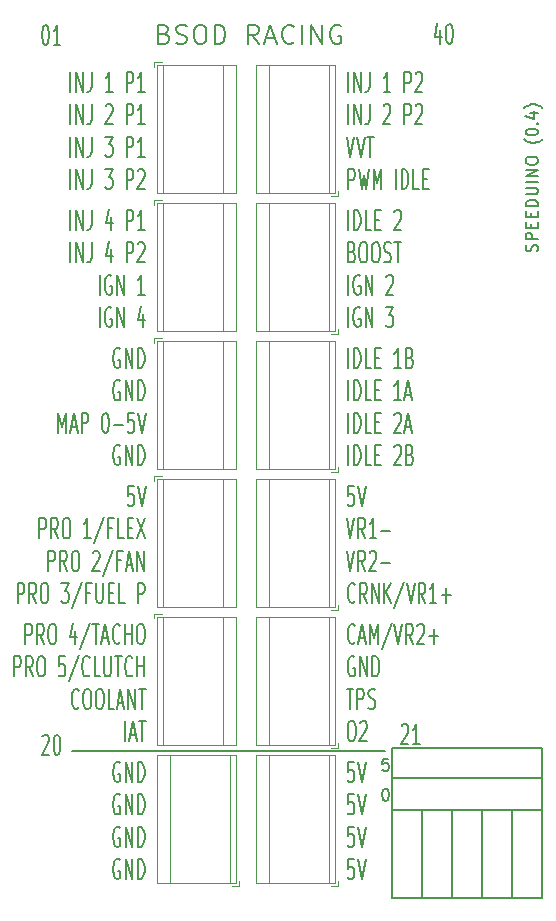
<source format=gto>
%TF.GenerationSoftware,KiCad,Pcbnew,7.0.5-7.0.5~ubuntu22.04.1*%
%TF.CreationDate,2023-08-20T16:34:42-07:00*%
%TF.ProjectId,terminal_strip_adaptor,7465726d-696e-4616-9c5f-73747269705f,rev?*%
%TF.SameCoordinates,Original*%
%TF.FileFunction,Legend,Top*%
%TF.FilePolarity,Positive*%
%FSLAX46Y46*%
G04 Gerber Fmt 4.6, Leading zero omitted, Abs format (unit mm)*
G04 Created by KiCad (PCBNEW 7.0.5-7.0.5~ubuntu22.04.1) date 2023-08-20 16:34:42*
%MOMM*%
%LPD*%
G01*
G04 APERTURE LIST*
%ADD10C,0.150000*%
%ADD11C,0.120000*%
%ADD12R,2.100000X2.100000*%
%ADD13C,2.100000*%
%ADD14C,1.600000*%
%ADD15R,1.700000X1.700000*%
%ADD16O,1.700000X1.700000*%
G04 APERTURE END LIST*
D10*
X188214000Y-115570000D02*
X188214000Y-117983000D01*
X190754000Y-120523000D02*
X190754000Y-117983000D01*
X198374000Y-115570000D02*
X185674000Y-115570000D01*
X185674000Y-112903000D02*
X198374000Y-112903000D01*
X185674000Y-123063000D02*
X185674000Y-115570000D01*
X185674000Y-110363000D02*
X198374000Y-110363000D01*
X195834000Y-117983000D02*
X195834000Y-120523000D01*
X158559500Y-110617000D02*
X185039000Y-110617000D01*
X198374000Y-110363000D02*
X198374000Y-112903000D01*
X190754000Y-120523000D02*
X190754000Y-123063000D01*
X188214000Y-120523000D02*
X188214000Y-123063000D01*
X190754000Y-115570000D02*
X190754000Y-117983000D01*
X198374000Y-123063000D02*
X185674000Y-123063000D01*
X198374000Y-112903000D02*
X198374000Y-115570000D01*
X193294000Y-120523000D02*
X193294000Y-123063000D01*
X198374000Y-115570000D02*
X198374000Y-123063000D01*
X195834000Y-115570000D02*
X195834000Y-117983000D01*
X188214000Y-117983000D02*
X188214000Y-120523000D01*
X193294000Y-115570000D02*
X193294000Y-117983000D01*
X185674000Y-115570000D02*
X185674000Y-112903000D01*
X193294000Y-117983000D02*
X193294000Y-120523000D01*
X185674000Y-112903000D02*
X185674000Y-110363000D01*
X195834000Y-120523000D02*
X195834000Y-123063000D01*
X182422969Y-88171153D02*
X181946779Y-88171153D01*
X181946779Y-88171153D02*
X181899160Y-88980677D01*
X181899160Y-88980677D02*
X181946779Y-88899724D01*
X181946779Y-88899724D02*
X182042017Y-88818772D01*
X182042017Y-88818772D02*
X182280112Y-88818772D01*
X182280112Y-88818772D02*
X182375350Y-88899724D01*
X182375350Y-88899724D02*
X182422969Y-88980677D01*
X182422969Y-88980677D02*
X182470588Y-89142581D01*
X182470588Y-89142581D02*
X182470588Y-89547343D01*
X182470588Y-89547343D02*
X182422969Y-89709248D01*
X182422969Y-89709248D02*
X182375350Y-89790201D01*
X182375350Y-89790201D02*
X182280112Y-89871153D01*
X182280112Y-89871153D02*
X182042017Y-89871153D01*
X182042017Y-89871153D02*
X181946779Y-89790201D01*
X181946779Y-89790201D02*
X181899160Y-89709248D01*
X182756303Y-88171153D02*
X183089636Y-89871153D01*
X183089636Y-89871153D02*
X183422969Y-88171153D01*
X181803922Y-90908153D02*
X182137255Y-92608153D01*
X182137255Y-92608153D02*
X182470588Y-90908153D01*
X183375350Y-92608153D02*
X183042017Y-91798629D01*
X182803922Y-92608153D02*
X182803922Y-90908153D01*
X182803922Y-90908153D02*
X183184874Y-90908153D01*
X183184874Y-90908153D02*
X183280112Y-90989105D01*
X183280112Y-90989105D02*
X183327731Y-91070058D01*
X183327731Y-91070058D02*
X183375350Y-91231962D01*
X183375350Y-91231962D02*
X183375350Y-91474820D01*
X183375350Y-91474820D02*
X183327731Y-91636724D01*
X183327731Y-91636724D02*
X183280112Y-91717677D01*
X183280112Y-91717677D02*
X183184874Y-91798629D01*
X183184874Y-91798629D02*
X182803922Y-91798629D01*
X184327731Y-92608153D02*
X183756303Y-92608153D01*
X184042017Y-92608153D02*
X184042017Y-90908153D01*
X184042017Y-90908153D02*
X183946779Y-91151010D01*
X183946779Y-91151010D02*
X183851541Y-91312915D01*
X183851541Y-91312915D02*
X183756303Y-91393867D01*
X184756303Y-91960534D02*
X185518208Y-91960534D01*
X181803922Y-93645153D02*
X182137255Y-95345153D01*
X182137255Y-95345153D02*
X182470588Y-93645153D01*
X183375350Y-95345153D02*
X183042017Y-94535629D01*
X182803922Y-95345153D02*
X182803922Y-93645153D01*
X182803922Y-93645153D02*
X183184874Y-93645153D01*
X183184874Y-93645153D02*
X183280112Y-93726105D01*
X183280112Y-93726105D02*
X183327731Y-93807058D01*
X183327731Y-93807058D02*
X183375350Y-93968962D01*
X183375350Y-93968962D02*
X183375350Y-94211820D01*
X183375350Y-94211820D02*
X183327731Y-94373724D01*
X183327731Y-94373724D02*
X183280112Y-94454677D01*
X183280112Y-94454677D02*
X183184874Y-94535629D01*
X183184874Y-94535629D02*
X182803922Y-94535629D01*
X183756303Y-93807058D02*
X183803922Y-93726105D01*
X183803922Y-93726105D02*
X183899160Y-93645153D01*
X183899160Y-93645153D02*
X184137255Y-93645153D01*
X184137255Y-93645153D02*
X184232493Y-93726105D01*
X184232493Y-93726105D02*
X184280112Y-93807058D01*
X184280112Y-93807058D02*
X184327731Y-93968962D01*
X184327731Y-93968962D02*
X184327731Y-94130867D01*
X184327731Y-94130867D02*
X184280112Y-94373724D01*
X184280112Y-94373724D02*
X183708684Y-95345153D01*
X183708684Y-95345153D02*
X184327731Y-95345153D01*
X184756303Y-94697534D02*
X185518208Y-94697534D01*
X182518207Y-97920248D02*
X182470588Y-98001201D01*
X182470588Y-98001201D02*
X182327731Y-98082153D01*
X182327731Y-98082153D02*
X182232493Y-98082153D01*
X182232493Y-98082153D02*
X182089636Y-98001201D01*
X182089636Y-98001201D02*
X181994398Y-97839296D01*
X181994398Y-97839296D02*
X181946779Y-97677391D01*
X181946779Y-97677391D02*
X181899160Y-97353581D01*
X181899160Y-97353581D02*
X181899160Y-97110724D01*
X181899160Y-97110724D02*
X181946779Y-96786915D01*
X181946779Y-96786915D02*
X181994398Y-96625010D01*
X181994398Y-96625010D02*
X182089636Y-96463105D01*
X182089636Y-96463105D02*
X182232493Y-96382153D01*
X182232493Y-96382153D02*
X182327731Y-96382153D01*
X182327731Y-96382153D02*
X182470588Y-96463105D01*
X182470588Y-96463105D02*
X182518207Y-96544058D01*
X183518207Y-98082153D02*
X183184874Y-97272629D01*
X182946779Y-98082153D02*
X182946779Y-96382153D01*
X182946779Y-96382153D02*
X183327731Y-96382153D01*
X183327731Y-96382153D02*
X183422969Y-96463105D01*
X183422969Y-96463105D02*
X183470588Y-96544058D01*
X183470588Y-96544058D02*
X183518207Y-96705962D01*
X183518207Y-96705962D02*
X183518207Y-96948820D01*
X183518207Y-96948820D02*
X183470588Y-97110724D01*
X183470588Y-97110724D02*
X183422969Y-97191677D01*
X183422969Y-97191677D02*
X183327731Y-97272629D01*
X183327731Y-97272629D02*
X182946779Y-97272629D01*
X183946779Y-98082153D02*
X183946779Y-96382153D01*
X183946779Y-96382153D02*
X184518207Y-98082153D01*
X184518207Y-98082153D02*
X184518207Y-96382153D01*
X184994398Y-98082153D02*
X184994398Y-96382153D01*
X185565826Y-98082153D02*
X185137255Y-97110724D01*
X185565826Y-96382153D02*
X184994398Y-97353581D01*
X186708683Y-96301201D02*
X185851541Y-98486915D01*
X186899160Y-96382153D02*
X187232493Y-98082153D01*
X187232493Y-98082153D02*
X187565826Y-96382153D01*
X188470588Y-98082153D02*
X188137255Y-97272629D01*
X187899160Y-98082153D02*
X187899160Y-96382153D01*
X187899160Y-96382153D02*
X188280112Y-96382153D01*
X188280112Y-96382153D02*
X188375350Y-96463105D01*
X188375350Y-96463105D02*
X188422969Y-96544058D01*
X188422969Y-96544058D02*
X188470588Y-96705962D01*
X188470588Y-96705962D02*
X188470588Y-96948820D01*
X188470588Y-96948820D02*
X188422969Y-97110724D01*
X188422969Y-97110724D02*
X188375350Y-97191677D01*
X188375350Y-97191677D02*
X188280112Y-97272629D01*
X188280112Y-97272629D02*
X187899160Y-97272629D01*
X189422969Y-98082153D02*
X188851541Y-98082153D01*
X189137255Y-98082153D02*
X189137255Y-96382153D01*
X189137255Y-96382153D02*
X189042017Y-96625010D01*
X189042017Y-96625010D02*
X188946779Y-96786915D01*
X188946779Y-96786915D02*
X188851541Y-96867867D01*
X189851541Y-97434534D02*
X190613446Y-97434534D01*
X190232493Y-98082153D02*
X190232493Y-96786915D01*
X189741350Y-49577820D02*
X189741350Y-50711153D01*
X189503255Y-48930201D02*
X189265160Y-50144486D01*
X189265160Y-50144486D02*
X189884207Y-50144486D01*
X190455636Y-49011153D02*
X190550874Y-49011153D01*
X190550874Y-49011153D02*
X190646112Y-49092105D01*
X190646112Y-49092105D02*
X190693731Y-49173058D01*
X190693731Y-49173058D02*
X190741350Y-49334962D01*
X190741350Y-49334962D02*
X190788969Y-49658772D01*
X190788969Y-49658772D02*
X190788969Y-50063534D01*
X190788969Y-50063534D02*
X190741350Y-50387343D01*
X190741350Y-50387343D02*
X190693731Y-50549248D01*
X190693731Y-50549248D02*
X190646112Y-50630201D01*
X190646112Y-50630201D02*
X190550874Y-50711153D01*
X190550874Y-50711153D02*
X190455636Y-50711153D01*
X190455636Y-50711153D02*
X190360398Y-50630201D01*
X190360398Y-50630201D02*
X190312779Y-50549248D01*
X190312779Y-50549248D02*
X190265160Y-50387343D01*
X190265160Y-50387343D02*
X190217541Y-50063534D01*
X190217541Y-50063534D02*
X190217541Y-49658772D01*
X190217541Y-49658772D02*
X190265160Y-49334962D01*
X190265160Y-49334962D02*
X190312779Y-49173058D01*
X190312779Y-49173058D02*
X190360398Y-49092105D01*
X190360398Y-49092105D02*
X190455636Y-49011153D01*
X156286125Y-49138153D02*
X156381363Y-49138153D01*
X156381363Y-49138153D02*
X156476601Y-49219105D01*
X156476601Y-49219105D02*
X156524220Y-49300058D01*
X156524220Y-49300058D02*
X156571839Y-49461962D01*
X156571839Y-49461962D02*
X156619458Y-49785772D01*
X156619458Y-49785772D02*
X156619458Y-50190534D01*
X156619458Y-50190534D02*
X156571839Y-50514343D01*
X156571839Y-50514343D02*
X156524220Y-50676248D01*
X156524220Y-50676248D02*
X156476601Y-50757201D01*
X156476601Y-50757201D02*
X156381363Y-50838153D01*
X156381363Y-50838153D02*
X156286125Y-50838153D01*
X156286125Y-50838153D02*
X156190887Y-50757201D01*
X156190887Y-50757201D02*
X156143268Y-50676248D01*
X156143268Y-50676248D02*
X156095649Y-50514343D01*
X156095649Y-50514343D02*
X156048030Y-50190534D01*
X156048030Y-50190534D02*
X156048030Y-49785772D01*
X156048030Y-49785772D02*
X156095649Y-49461962D01*
X156095649Y-49461962D02*
X156143268Y-49300058D01*
X156143268Y-49300058D02*
X156190887Y-49219105D01*
X156190887Y-49219105D02*
X156286125Y-49138153D01*
X157571839Y-50838153D02*
X157000411Y-50838153D01*
X157286125Y-50838153D02*
X157286125Y-49138153D01*
X157286125Y-49138153D02*
X157190887Y-49381010D01*
X157190887Y-49381010D02*
X157095649Y-49542915D01*
X157095649Y-49542915D02*
X157000411Y-49623867D01*
X162615601Y-76568105D02*
X162520363Y-76487153D01*
X162520363Y-76487153D02*
X162377506Y-76487153D01*
X162377506Y-76487153D02*
X162234649Y-76568105D01*
X162234649Y-76568105D02*
X162139411Y-76730010D01*
X162139411Y-76730010D02*
X162091792Y-76891915D01*
X162091792Y-76891915D02*
X162044173Y-77215724D01*
X162044173Y-77215724D02*
X162044173Y-77458581D01*
X162044173Y-77458581D02*
X162091792Y-77782391D01*
X162091792Y-77782391D02*
X162139411Y-77944296D01*
X162139411Y-77944296D02*
X162234649Y-78106201D01*
X162234649Y-78106201D02*
X162377506Y-78187153D01*
X162377506Y-78187153D02*
X162472744Y-78187153D01*
X162472744Y-78187153D02*
X162615601Y-78106201D01*
X162615601Y-78106201D02*
X162663220Y-78025248D01*
X162663220Y-78025248D02*
X162663220Y-77458581D01*
X162663220Y-77458581D02*
X162472744Y-77458581D01*
X163091792Y-78187153D02*
X163091792Y-76487153D01*
X163091792Y-76487153D02*
X163663220Y-78187153D01*
X163663220Y-78187153D02*
X163663220Y-76487153D01*
X164139411Y-78187153D02*
X164139411Y-76487153D01*
X164139411Y-76487153D02*
X164377506Y-76487153D01*
X164377506Y-76487153D02*
X164520363Y-76568105D01*
X164520363Y-76568105D02*
X164615601Y-76730010D01*
X164615601Y-76730010D02*
X164663220Y-76891915D01*
X164663220Y-76891915D02*
X164710839Y-77215724D01*
X164710839Y-77215724D02*
X164710839Y-77458581D01*
X164710839Y-77458581D02*
X164663220Y-77782391D01*
X164663220Y-77782391D02*
X164615601Y-77944296D01*
X164615601Y-77944296D02*
X164520363Y-78106201D01*
X164520363Y-78106201D02*
X164377506Y-78187153D01*
X164377506Y-78187153D02*
X164139411Y-78187153D01*
X162615601Y-79305105D02*
X162520363Y-79224153D01*
X162520363Y-79224153D02*
X162377506Y-79224153D01*
X162377506Y-79224153D02*
X162234649Y-79305105D01*
X162234649Y-79305105D02*
X162139411Y-79467010D01*
X162139411Y-79467010D02*
X162091792Y-79628915D01*
X162091792Y-79628915D02*
X162044173Y-79952724D01*
X162044173Y-79952724D02*
X162044173Y-80195581D01*
X162044173Y-80195581D02*
X162091792Y-80519391D01*
X162091792Y-80519391D02*
X162139411Y-80681296D01*
X162139411Y-80681296D02*
X162234649Y-80843201D01*
X162234649Y-80843201D02*
X162377506Y-80924153D01*
X162377506Y-80924153D02*
X162472744Y-80924153D01*
X162472744Y-80924153D02*
X162615601Y-80843201D01*
X162615601Y-80843201D02*
X162663220Y-80762248D01*
X162663220Y-80762248D02*
X162663220Y-80195581D01*
X162663220Y-80195581D02*
X162472744Y-80195581D01*
X163091792Y-80924153D02*
X163091792Y-79224153D01*
X163091792Y-79224153D02*
X163663220Y-80924153D01*
X163663220Y-80924153D02*
X163663220Y-79224153D01*
X164139411Y-80924153D02*
X164139411Y-79224153D01*
X164139411Y-79224153D02*
X164377506Y-79224153D01*
X164377506Y-79224153D02*
X164520363Y-79305105D01*
X164520363Y-79305105D02*
X164615601Y-79467010D01*
X164615601Y-79467010D02*
X164663220Y-79628915D01*
X164663220Y-79628915D02*
X164710839Y-79952724D01*
X164710839Y-79952724D02*
X164710839Y-80195581D01*
X164710839Y-80195581D02*
X164663220Y-80519391D01*
X164663220Y-80519391D02*
X164615601Y-80681296D01*
X164615601Y-80681296D02*
X164520363Y-80843201D01*
X164520363Y-80843201D02*
X164377506Y-80924153D01*
X164377506Y-80924153D02*
X164139411Y-80924153D01*
X157377506Y-83661153D02*
X157377506Y-81961153D01*
X157377506Y-81961153D02*
X157710839Y-83175439D01*
X157710839Y-83175439D02*
X158044172Y-81961153D01*
X158044172Y-81961153D02*
X158044172Y-83661153D01*
X158472744Y-83175439D02*
X158948934Y-83175439D01*
X158377506Y-83661153D02*
X158710839Y-81961153D01*
X158710839Y-81961153D02*
X159044172Y-83661153D01*
X159377506Y-83661153D02*
X159377506Y-81961153D01*
X159377506Y-81961153D02*
X159758458Y-81961153D01*
X159758458Y-81961153D02*
X159853696Y-82042105D01*
X159853696Y-82042105D02*
X159901315Y-82123058D01*
X159901315Y-82123058D02*
X159948934Y-82284962D01*
X159948934Y-82284962D02*
X159948934Y-82527820D01*
X159948934Y-82527820D02*
X159901315Y-82689724D01*
X159901315Y-82689724D02*
X159853696Y-82770677D01*
X159853696Y-82770677D02*
X159758458Y-82851629D01*
X159758458Y-82851629D02*
X159377506Y-82851629D01*
X161329887Y-81961153D02*
X161425125Y-81961153D01*
X161425125Y-81961153D02*
X161520363Y-82042105D01*
X161520363Y-82042105D02*
X161567982Y-82123058D01*
X161567982Y-82123058D02*
X161615601Y-82284962D01*
X161615601Y-82284962D02*
X161663220Y-82608772D01*
X161663220Y-82608772D02*
X161663220Y-83013534D01*
X161663220Y-83013534D02*
X161615601Y-83337343D01*
X161615601Y-83337343D02*
X161567982Y-83499248D01*
X161567982Y-83499248D02*
X161520363Y-83580201D01*
X161520363Y-83580201D02*
X161425125Y-83661153D01*
X161425125Y-83661153D02*
X161329887Y-83661153D01*
X161329887Y-83661153D02*
X161234649Y-83580201D01*
X161234649Y-83580201D02*
X161187030Y-83499248D01*
X161187030Y-83499248D02*
X161139411Y-83337343D01*
X161139411Y-83337343D02*
X161091792Y-83013534D01*
X161091792Y-83013534D02*
X161091792Y-82608772D01*
X161091792Y-82608772D02*
X161139411Y-82284962D01*
X161139411Y-82284962D02*
X161187030Y-82123058D01*
X161187030Y-82123058D02*
X161234649Y-82042105D01*
X161234649Y-82042105D02*
X161329887Y-81961153D01*
X162091792Y-83013534D02*
X162853697Y-83013534D01*
X163806077Y-81961153D02*
X163329887Y-81961153D01*
X163329887Y-81961153D02*
X163282268Y-82770677D01*
X163282268Y-82770677D02*
X163329887Y-82689724D01*
X163329887Y-82689724D02*
X163425125Y-82608772D01*
X163425125Y-82608772D02*
X163663220Y-82608772D01*
X163663220Y-82608772D02*
X163758458Y-82689724D01*
X163758458Y-82689724D02*
X163806077Y-82770677D01*
X163806077Y-82770677D02*
X163853696Y-82932581D01*
X163853696Y-82932581D02*
X163853696Y-83337343D01*
X163853696Y-83337343D02*
X163806077Y-83499248D01*
X163806077Y-83499248D02*
X163758458Y-83580201D01*
X163758458Y-83580201D02*
X163663220Y-83661153D01*
X163663220Y-83661153D02*
X163425125Y-83661153D01*
X163425125Y-83661153D02*
X163329887Y-83580201D01*
X163329887Y-83580201D02*
X163282268Y-83499248D01*
X164139411Y-81961153D02*
X164472744Y-83661153D01*
X164472744Y-83661153D02*
X164806077Y-81961153D01*
X162615601Y-84779105D02*
X162520363Y-84698153D01*
X162520363Y-84698153D02*
X162377506Y-84698153D01*
X162377506Y-84698153D02*
X162234649Y-84779105D01*
X162234649Y-84779105D02*
X162139411Y-84941010D01*
X162139411Y-84941010D02*
X162091792Y-85102915D01*
X162091792Y-85102915D02*
X162044173Y-85426724D01*
X162044173Y-85426724D02*
X162044173Y-85669581D01*
X162044173Y-85669581D02*
X162091792Y-85993391D01*
X162091792Y-85993391D02*
X162139411Y-86155296D01*
X162139411Y-86155296D02*
X162234649Y-86317201D01*
X162234649Y-86317201D02*
X162377506Y-86398153D01*
X162377506Y-86398153D02*
X162472744Y-86398153D01*
X162472744Y-86398153D02*
X162615601Y-86317201D01*
X162615601Y-86317201D02*
X162663220Y-86236248D01*
X162663220Y-86236248D02*
X162663220Y-85669581D01*
X162663220Y-85669581D02*
X162472744Y-85669581D01*
X163091792Y-86398153D02*
X163091792Y-84698153D01*
X163091792Y-84698153D02*
X163663220Y-86398153D01*
X163663220Y-86398153D02*
X163663220Y-84698153D01*
X164139411Y-86398153D02*
X164139411Y-84698153D01*
X164139411Y-84698153D02*
X164377506Y-84698153D01*
X164377506Y-84698153D02*
X164520363Y-84779105D01*
X164520363Y-84779105D02*
X164615601Y-84941010D01*
X164615601Y-84941010D02*
X164663220Y-85102915D01*
X164663220Y-85102915D02*
X164710839Y-85426724D01*
X164710839Y-85426724D02*
X164710839Y-85669581D01*
X164710839Y-85669581D02*
X164663220Y-85993391D01*
X164663220Y-85993391D02*
X164615601Y-86155296D01*
X164615601Y-86155296D02*
X164520363Y-86317201D01*
X164520363Y-86317201D02*
X164377506Y-86398153D01*
X164377506Y-86398153D02*
X164139411Y-86398153D01*
X185058255Y-113804819D02*
X185153493Y-113804819D01*
X185153493Y-113804819D02*
X185248731Y-113852438D01*
X185248731Y-113852438D02*
X185296350Y-113900057D01*
X185296350Y-113900057D02*
X185343969Y-113995295D01*
X185343969Y-113995295D02*
X185391588Y-114185771D01*
X185391588Y-114185771D02*
X185391588Y-114423866D01*
X185391588Y-114423866D02*
X185343969Y-114614342D01*
X185343969Y-114614342D02*
X185296350Y-114709580D01*
X185296350Y-114709580D02*
X185248731Y-114757200D01*
X185248731Y-114757200D02*
X185153493Y-114804819D01*
X185153493Y-114804819D02*
X185058255Y-114804819D01*
X185058255Y-114804819D02*
X184963017Y-114757200D01*
X184963017Y-114757200D02*
X184915398Y-114709580D01*
X184915398Y-114709580D02*
X184867779Y-114614342D01*
X184867779Y-114614342D02*
X184820160Y-114423866D01*
X184820160Y-114423866D02*
X184820160Y-114185771D01*
X184820160Y-114185771D02*
X184867779Y-113995295D01*
X184867779Y-113995295D02*
X184915398Y-113900057D01*
X184915398Y-113900057D02*
X184963017Y-113852438D01*
X184963017Y-113852438D02*
X185058255Y-113804819D01*
X197942200Y-68290839D02*
X197989819Y-68147982D01*
X197989819Y-68147982D02*
X197989819Y-67909887D01*
X197989819Y-67909887D02*
X197942200Y-67814649D01*
X197942200Y-67814649D02*
X197894580Y-67767030D01*
X197894580Y-67767030D02*
X197799342Y-67719411D01*
X197799342Y-67719411D02*
X197704104Y-67719411D01*
X197704104Y-67719411D02*
X197608866Y-67767030D01*
X197608866Y-67767030D02*
X197561247Y-67814649D01*
X197561247Y-67814649D02*
X197513628Y-67909887D01*
X197513628Y-67909887D02*
X197466009Y-68100363D01*
X197466009Y-68100363D02*
X197418390Y-68195601D01*
X197418390Y-68195601D02*
X197370771Y-68243220D01*
X197370771Y-68243220D02*
X197275533Y-68290839D01*
X197275533Y-68290839D02*
X197180295Y-68290839D01*
X197180295Y-68290839D02*
X197085057Y-68243220D01*
X197085057Y-68243220D02*
X197037438Y-68195601D01*
X197037438Y-68195601D02*
X196989819Y-68100363D01*
X196989819Y-68100363D02*
X196989819Y-67862268D01*
X196989819Y-67862268D02*
X197037438Y-67719411D01*
X197989819Y-67290839D02*
X196989819Y-67290839D01*
X196989819Y-67290839D02*
X196989819Y-66909887D01*
X196989819Y-66909887D02*
X197037438Y-66814649D01*
X197037438Y-66814649D02*
X197085057Y-66767030D01*
X197085057Y-66767030D02*
X197180295Y-66719411D01*
X197180295Y-66719411D02*
X197323152Y-66719411D01*
X197323152Y-66719411D02*
X197418390Y-66767030D01*
X197418390Y-66767030D02*
X197466009Y-66814649D01*
X197466009Y-66814649D02*
X197513628Y-66909887D01*
X197513628Y-66909887D02*
X197513628Y-67290839D01*
X197466009Y-66290839D02*
X197466009Y-65957506D01*
X197989819Y-65814649D02*
X197989819Y-66290839D01*
X197989819Y-66290839D02*
X196989819Y-66290839D01*
X196989819Y-66290839D02*
X196989819Y-65814649D01*
X197466009Y-65386077D02*
X197466009Y-65052744D01*
X197989819Y-64909887D02*
X197989819Y-65386077D01*
X197989819Y-65386077D02*
X196989819Y-65386077D01*
X196989819Y-65386077D02*
X196989819Y-64909887D01*
X197989819Y-64481315D02*
X196989819Y-64481315D01*
X196989819Y-64481315D02*
X196989819Y-64243220D01*
X196989819Y-64243220D02*
X197037438Y-64100363D01*
X197037438Y-64100363D02*
X197132676Y-64005125D01*
X197132676Y-64005125D02*
X197227914Y-63957506D01*
X197227914Y-63957506D02*
X197418390Y-63909887D01*
X197418390Y-63909887D02*
X197561247Y-63909887D01*
X197561247Y-63909887D02*
X197751723Y-63957506D01*
X197751723Y-63957506D02*
X197846961Y-64005125D01*
X197846961Y-64005125D02*
X197942200Y-64100363D01*
X197942200Y-64100363D02*
X197989819Y-64243220D01*
X197989819Y-64243220D02*
X197989819Y-64481315D01*
X196989819Y-63481315D02*
X197799342Y-63481315D01*
X197799342Y-63481315D02*
X197894580Y-63433696D01*
X197894580Y-63433696D02*
X197942200Y-63386077D01*
X197942200Y-63386077D02*
X197989819Y-63290839D01*
X197989819Y-63290839D02*
X197989819Y-63100363D01*
X197989819Y-63100363D02*
X197942200Y-63005125D01*
X197942200Y-63005125D02*
X197894580Y-62957506D01*
X197894580Y-62957506D02*
X197799342Y-62909887D01*
X197799342Y-62909887D02*
X196989819Y-62909887D01*
X197989819Y-62433696D02*
X196989819Y-62433696D01*
X197989819Y-61957506D02*
X196989819Y-61957506D01*
X196989819Y-61957506D02*
X197989819Y-61386078D01*
X197989819Y-61386078D02*
X196989819Y-61386078D01*
X196989819Y-60719411D02*
X196989819Y-60528935D01*
X196989819Y-60528935D02*
X197037438Y-60433697D01*
X197037438Y-60433697D02*
X197132676Y-60338459D01*
X197132676Y-60338459D02*
X197323152Y-60290840D01*
X197323152Y-60290840D02*
X197656485Y-60290840D01*
X197656485Y-60290840D02*
X197846961Y-60338459D01*
X197846961Y-60338459D02*
X197942200Y-60433697D01*
X197942200Y-60433697D02*
X197989819Y-60528935D01*
X197989819Y-60528935D02*
X197989819Y-60719411D01*
X197989819Y-60719411D02*
X197942200Y-60814649D01*
X197942200Y-60814649D02*
X197846961Y-60909887D01*
X197846961Y-60909887D02*
X197656485Y-60957506D01*
X197656485Y-60957506D02*
X197323152Y-60957506D01*
X197323152Y-60957506D02*
X197132676Y-60909887D01*
X197132676Y-60909887D02*
X197037438Y-60814649D01*
X197037438Y-60814649D02*
X196989819Y-60719411D01*
X198370771Y-58814649D02*
X198323152Y-58862268D01*
X198323152Y-58862268D02*
X198180295Y-58957506D01*
X198180295Y-58957506D02*
X198085057Y-59005125D01*
X198085057Y-59005125D02*
X197942200Y-59052744D01*
X197942200Y-59052744D02*
X197704104Y-59100363D01*
X197704104Y-59100363D02*
X197513628Y-59100363D01*
X197513628Y-59100363D02*
X197275533Y-59052744D01*
X197275533Y-59052744D02*
X197132676Y-59005125D01*
X197132676Y-59005125D02*
X197037438Y-58957506D01*
X197037438Y-58957506D02*
X196894580Y-58862268D01*
X196894580Y-58862268D02*
X196846961Y-58814649D01*
X196989819Y-58243220D02*
X196989819Y-58147982D01*
X196989819Y-58147982D02*
X197037438Y-58052744D01*
X197037438Y-58052744D02*
X197085057Y-58005125D01*
X197085057Y-58005125D02*
X197180295Y-57957506D01*
X197180295Y-57957506D02*
X197370771Y-57909887D01*
X197370771Y-57909887D02*
X197608866Y-57909887D01*
X197608866Y-57909887D02*
X197799342Y-57957506D01*
X197799342Y-57957506D02*
X197894580Y-58005125D01*
X197894580Y-58005125D02*
X197942200Y-58052744D01*
X197942200Y-58052744D02*
X197989819Y-58147982D01*
X197989819Y-58147982D02*
X197989819Y-58243220D01*
X197989819Y-58243220D02*
X197942200Y-58338458D01*
X197942200Y-58338458D02*
X197894580Y-58386077D01*
X197894580Y-58386077D02*
X197799342Y-58433696D01*
X197799342Y-58433696D02*
X197608866Y-58481315D01*
X197608866Y-58481315D02*
X197370771Y-58481315D01*
X197370771Y-58481315D02*
X197180295Y-58433696D01*
X197180295Y-58433696D02*
X197085057Y-58386077D01*
X197085057Y-58386077D02*
X197037438Y-58338458D01*
X197037438Y-58338458D02*
X196989819Y-58243220D01*
X197894580Y-57481315D02*
X197942200Y-57433696D01*
X197942200Y-57433696D02*
X197989819Y-57481315D01*
X197989819Y-57481315D02*
X197942200Y-57528934D01*
X197942200Y-57528934D02*
X197894580Y-57481315D01*
X197894580Y-57481315D02*
X197989819Y-57481315D01*
X197323152Y-56576554D02*
X197989819Y-56576554D01*
X196942200Y-56814649D02*
X197656485Y-57052744D01*
X197656485Y-57052744D02*
X197656485Y-56433697D01*
X198370771Y-56147982D02*
X198323152Y-56100363D01*
X198323152Y-56100363D02*
X198180295Y-56005125D01*
X198180295Y-56005125D02*
X198085057Y-55957506D01*
X198085057Y-55957506D02*
X197942200Y-55909887D01*
X197942200Y-55909887D02*
X197704104Y-55862268D01*
X197704104Y-55862268D02*
X197513628Y-55862268D01*
X197513628Y-55862268D02*
X197275533Y-55909887D01*
X197275533Y-55909887D02*
X197132676Y-55957506D01*
X197132676Y-55957506D02*
X197037438Y-56005125D01*
X197037438Y-56005125D02*
X196894580Y-56100363D01*
X196894580Y-56100363D02*
X196846961Y-56147982D01*
X162615601Y-111620105D02*
X162520363Y-111539153D01*
X162520363Y-111539153D02*
X162377506Y-111539153D01*
X162377506Y-111539153D02*
X162234649Y-111620105D01*
X162234649Y-111620105D02*
X162139411Y-111782010D01*
X162139411Y-111782010D02*
X162091792Y-111943915D01*
X162091792Y-111943915D02*
X162044173Y-112267724D01*
X162044173Y-112267724D02*
X162044173Y-112510581D01*
X162044173Y-112510581D02*
X162091792Y-112834391D01*
X162091792Y-112834391D02*
X162139411Y-112996296D01*
X162139411Y-112996296D02*
X162234649Y-113158201D01*
X162234649Y-113158201D02*
X162377506Y-113239153D01*
X162377506Y-113239153D02*
X162472744Y-113239153D01*
X162472744Y-113239153D02*
X162615601Y-113158201D01*
X162615601Y-113158201D02*
X162663220Y-113077248D01*
X162663220Y-113077248D02*
X162663220Y-112510581D01*
X162663220Y-112510581D02*
X162472744Y-112510581D01*
X163091792Y-113239153D02*
X163091792Y-111539153D01*
X163091792Y-111539153D02*
X163663220Y-113239153D01*
X163663220Y-113239153D02*
X163663220Y-111539153D01*
X164139411Y-113239153D02*
X164139411Y-111539153D01*
X164139411Y-111539153D02*
X164377506Y-111539153D01*
X164377506Y-111539153D02*
X164520363Y-111620105D01*
X164520363Y-111620105D02*
X164615601Y-111782010D01*
X164615601Y-111782010D02*
X164663220Y-111943915D01*
X164663220Y-111943915D02*
X164710839Y-112267724D01*
X164710839Y-112267724D02*
X164710839Y-112510581D01*
X164710839Y-112510581D02*
X164663220Y-112834391D01*
X164663220Y-112834391D02*
X164615601Y-112996296D01*
X164615601Y-112996296D02*
X164520363Y-113158201D01*
X164520363Y-113158201D02*
X164377506Y-113239153D01*
X164377506Y-113239153D02*
X164139411Y-113239153D01*
X162615601Y-114357105D02*
X162520363Y-114276153D01*
X162520363Y-114276153D02*
X162377506Y-114276153D01*
X162377506Y-114276153D02*
X162234649Y-114357105D01*
X162234649Y-114357105D02*
X162139411Y-114519010D01*
X162139411Y-114519010D02*
X162091792Y-114680915D01*
X162091792Y-114680915D02*
X162044173Y-115004724D01*
X162044173Y-115004724D02*
X162044173Y-115247581D01*
X162044173Y-115247581D02*
X162091792Y-115571391D01*
X162091792Y-115571391D02*
X162139411Y-115733296D01*
X162139411Y-115733296D02*
X162234649Y-115895201D01*
X162234649Y-115895201D02*
X162377506Y-115976153D01*
X162377506Y-115976153D02*
X162472744Y-115976153D01*
X162472744Y-115976153D02*
X162615601Y-115895201D01*
X162615601Y-115895201D02*
X162663220Y-115814248D01*
X162663220Y-115814248D02*
X162663220Y-115247581D01*
X162663220Y-115247581D02*
X162472744Y-115247581D01*
X163091792Y-115976153D02*
X163091792Y-114276153D01*
X163091792Y-114276153D02*
X163663220Y-115976153D01*
X163663220Y-115976153D02*
X163663220Y-114276153D01*
X164139411Y-115976153D02*
X164139411Y-114276153D01*
X164139411Y-114276153D02*
X164377506Y-114276153D01*
X164377506Y-114276153D02*
X164520363Y-114357105D01*
X164520363Y-114357105D02*
X164615601Y-114519010D01*
X164615601Y-114519010D02*
X164663220Y-114680915D01*
X164663220Y-114680915D02*
X164710839Y-115004724D01*
X164710839Y-115004724D02*
X164710839Y-115247581D01*
X164710839Y-115247581D02*
X164663220Y-115571391D01*
X164663220Y-115571391D02*
X164615601Y-115733296D01*
X164615601Y-115733296D02*
X164520363Y-115895201D01*
X164520363Y-115895201D02*
X164377506Y-115976153D01*
X164377506Y-115976153D02*
X164139411Y-115976153D01*
X162615601Y-117094105D02*
X162520363Y-117013153D01*
X162520363Y-117013153D02*
X162377506Y-117013153D01*
X162377506Y-117013153D02*
X162234649Y-117094105D01*
X162234649Y-117094105D02*
X162139411Y-117256010D01*
X162139411Y-117256010D02*
X162091792Y-117417915D01*
X162091792Y-117417915D02*
X162044173Y-117741724D01*
X162044173Y-117741724D02*
X162044173Y-117984581D01*
X162044173Y-117984581D02*
X162091792Y-118308391D01*
X162091792Y-118308391D02*
X162139411Y-118470296D01*
X162139411Y-118470296D02*
X162234649Y-118632201D01*
X162234649Y-118632201D02*
X162377506Y-118713153D01*
X162377506Y-118713153D02*
X162472744Y-118713153D01*
X162472744Y-118713153D02*
X162615601Y-118632201D01*
X162615601Y-118632201D02*
X162663220Y-118551248D01*
X162663220Y-118551248D02*
X162663220Y-117984581D01*
X162663220Y-117984581D02*
X162472744Y-117984581D01*
X163091792Y-118713153D02*
X163091792Y-117013153D01*
X163091792Y-117013153D02*
X163663220Y-118713153D01*
X163663220Y-118713153D02*
X163663220Y-117013153D01*
X164139411Y-118713153D02*
X164139411Y-117013153D01*
X164139411Y-117013153D02*
X164377506Y-117013153D01*
X164377506Y-117013153D02*
X164520363Y-117094105D01*
X164520363Y-117094105D02*
X164615601Y-117256010D01*
X164615601Y-117256010D02*
X164663220Y-117417915D01*
X164663220Y-117417915D02*
X164710839Y-117741724D01*
X164710839Y-117741724D02*
X164710839Y-117984581D01*
X164710839Y-117984581D02*
X164663220Y-118308391D01*
X164663220Y-118308391D02*
X164615601Y-118470296D01*
X164615601Y-118470296D02*
X164520363Y-118632201D01*
X164520363Y-118632201D02*
X164377506Y-118713153D01*
X164377506Y-118713153D02*
X164139411Y-118713153D01*
X162615601Y-119831105D02*
X162520363Y-119750153D01*
X162520363Y-119750153D02*
X162377506Y-119750153D01*
X162377506Y-119750153D02*
X162234649Y-119831105D01*
X162234649Y-119831105D02*
X162139411Y-119993010D01*
X162139411Y-119993010D02*
X162091792Y-120154915D01*
X162091792Y-120154915D02*
X162044173Y-120478724D01*
X162044173Y-120478724D02*
X162044173Y-120721581D01*
X162044173Y-120721581D02*
X162091792Y-121045391D01*
X162091792Y-121045391D02*
X162139411Y-121207296D01*
X162139411Y-121207296D02*
X162234649Y-121369201D01*
X162234649Y-121369201D02*
X162377506Y-121450153D01*
X162377506Y-121450153D02*
X162472744Y-121450153D01*
X162472744Y-121450153D02*
X162615601Y-121369201D01*
X162615601Y-121369201D02*
X162663220Y-121288248D01*
X162663220Y-121288248D02*
X162663220Y-120721581D01*
X162663220Y-120721581D02*
X162472744Y-120721581D01*
X163091792Y-121450153D02*
X163091792Y-119750153D01*
X163091792Y-119750153D02*
X163663220Y-121450153D01*
X163663220Y-121450153D02*
X163663220Y-119750153D01*
X164139411Y-121450153D02*
X164139411Y-119750153D01*
X164139411Y-119750153D02*
X164377506Y-119750153D01*
X164377506Y-119750153D02*
X164520363Y-119831105D01*
X164520363Y-119831105D02*
X164615601Y-119993010D01*
X164615601Y-119993010D02*
X164663220Y-120154915D01*
X164663220Y-120154915D02*
X164710839Y-120478724D01*
X164710839Y-120478724D02*
X164710839Y-120721581D01*
X164710839Y-120721581D02*
X164663220Y-121045391D01*
X164663220Y-121045391D02*
X164615601Y-121207296D01*
X164615601Y-121207296D02*
X164520363Y-121369201D01*
X164520363Y-121369201D02*
X164377506Y-121450153D01*
X164377506Y-121450153D02*
X164139411Y-121450153D01*
X181946779Y-78187153D02*
X181946779Y-76487153D01*
X182422969Y-78187153D02*
X182422969Y-76487153D01*
X182422969Y-76487153D02*
X182661064Y-76487153D01*
X182661064Y-76487153D02*
X182803921Y-76568105D01*
X182803921Y-76568105D02*
X182899159Y-76730010D01*
X182899159Y-76730010D02*
X182946778Y-76891915D01*
X182946778Y-76891915D02*
X182994397Y-77215724D01*
X182994397Y-77215724D02*
X182994397Y-77458581D01*
X182994397Y-77458581D02*
X182946778Y-77782391D01*
X182946778Y-77782391D02*
X182899159Y-77944296D01*
X182899159Y-77944296D02*
X182803921Y-78106201D01*
X182803921Y-78106201D02*
X182661064Y-78187153D01*
X182661064Y-78187153D02*
X182422969Y-78187153D01*
X183899159Y-78187153D02*
X183422969Y-78187153D01*
X183422969Y-78187153D02*
X183422969Y-76487153D01*
X184232493Y-77296677D02*
X184565826Y-77296677D01*
X184708683Y-78187153D02*
X184232493Y-78187153D01*
X184232493Y-78187153D02*
X184232493Y-76487153D01*
X184232493Y-76487153D02*
X184708683Y-76487153D01*
X186422969Y-78187153D02*
X185851541Y-78187153D01*
X186137255Y-78187153D02*
X186137255Y-76487153D01*
X186137255Y-76487153D02*
X186042017Y-76730010D01*
X186042017Y-76730010D02*
X185946779Y-76891915D01*
X185946779Y-76891915D02*
X185851541Y-76972867D01*
X187184874Y-77296677D02*
X187327731Y-77377629D01*
X187327731Y-77377629D02*
X187375350Y-77458581D01*
X187375350Y-77458581D02*
X187422969Y-77620486D01*
X187422969Y-77620486D02*
X187422969Y-77863343D01*
X187422969Y-77863343D02*
X187375350Y-78025248D01*
X187375350Y-78025248D02*
X187327731Y-78106201D01*
X187327731Y-78106201D02*
X187232493Y-78187153D01*
X187232493Y-78187153D02*
X186851541Y-78187153D01*
X186851541Y-78187153D02*
X186851541Y-76487153D01*
X186851541Y-76487153D02*
X187184874Y-76487153D01*
X187184874Y-76487153D02*
X187280112Y-76568105D01*
X187280112Y-76568105D02*
X187327731Y-76649058D01*
X187327731Y-76649058D02*
X187375350Y-76810962D01*
X187375350Y-76810962D02*
X187375350Y-76972867D01*
X187375350Y-76972867D02*
X187327731Y-77134772D01*
X187327731Y-77134772D02*
X187280112Y-77215724D01*
X187280112Y-77215724D02*
X187184874Y-77296677D01*
X187184874Y-77296677D02*
X186851541Y-77296677D01*
X181946779Y-80924153D02*
X181946779Y-79224153D01*
X182422969Y-80924153D02*
X182422969Y-79224153D01*
X182422969Y-79224153D02*
X182661064Y-79224153D01*
X182661064Y-79224153D02*
X182803921Y-79305105D01*
X182803921Y-79305105D02*
X182899159Y-79467010D01*
X182899159Y-79467010D02*
X182946778Y-79628915D01*
X182946778Y-79628915D02*
X182994397Y-79952724D01*
X182994397Y-79952724D02*
X182994397Y-80195581D01*
X182994397Y-80195581D02*
X182946778Y-80519391D01*
X182946778Y-80519391D02*
X182899159Y-80681296D01*
X182899159Y-80681296D02*
X182803921Y-80843201D01*
X182803921Y-80843201D02*
X182661064Y-80924153D01*
X182661064Y-80924153D02*
X182422969Y-80924153D01*
X183899159Y-80924153D02*
X183422969Y-80924153D01*
X183422969Y-80924153D02*
X183422969Y-79224153D01*
X184232493Y-80033677D02*
X184565826Y-80033677D01*
X184708683Y-80924153D02*
X184232493Y-80924153D01*
X184232493Y-80924153D02*
X184232493Y-79224153D01*
X184232493Y-79224153D02*
X184708683Y-79224153D01*
X186422969Y-80924153D02*
X185851541Y-80924153D01*
X186137255Y-80924153D02*
X186137255Y-79224153D01*
X186137255Y-79224153D02*
X186042017Y-79467010D01*
X186042017Y-79467010D02*
X185946779Y-79628915D01*
X185946779Y-79628915D02*
X185851541Y-79709867D01*
X186803922Y-80438439D02*
X187280112Y-80438439D01*
X186708684Y-80924153D02*
X187042017Y-79224153D01*
X187042017Y-79224153D02*
X187375350Y-80924153D01*
X181946779Y-83661153D02*
X181946779Y-81961153D01*
X182422969Y-83661153D02*
X182422969Y-81961153D01*
X182422969Y-81961153D02*
X182661064Y-81961153D01*
X182661064Y-81961153D02*
X182803921Y-82042105D01*
X182803921Y-82042105D02*
X182899159Y-82204010D01*
X182899159Y-82204010D02*
X182946778Y-82365915D01*
X182946778Y-82365915D02*
X182994397Y-82689724D01*
X182994397Y-82689724D02*
X182994397Y-82932581D01*
X182994397Y-82932581D02*
X182946778Y-83256391D01*
X182946778Y-83256391D02*
X182899159Y-83418296D01*
X182899159Y-83418296D02*
X182803921Y-83580201D01*
X182803921Y-83580201D02*
X182661064Y-83661153D01*
X182661064Y-83661153D02*
X182422969Y-83661153D01*
X183899159Y-83661153D02*
X183422969Y-83661153D01*
X183422969Y-83661153D02*
X183422969Y-81961153D01*
X184232493Y-82770677D02*
X184565826Y-82770677D01*
X184708683Y-83661153D02*
X184232493Y-83661153D01*
X184232493Y-83661153D02*
X184232493Y-81961153D01*
X184232493Y-81961153D02*
X184708683Y-81961153D01*
X185851541Y-82123058D02*
X185899160Y-82042105D01*
X185899160Y-82042105D02*
X185994398Y-81961153D01*
X185994398Y-81961153D02*
X186232493Y-81961153D01*
X186232493Y-81961153D02*
X186327731Y-82042105D01*
X186327731Y-82042105D02*
X186375350Y-82123058D01*
X186375350Y-82123058D02*
X186422969Y-82284962D01*
X186422969Y-82284962D02*
X186422969Y-82446867D01*
X186422969Y-82446867D02*
X186375350Y-82689724D01*
X186375350Y-82689724D02*
X185803922Y-83661153D01*
X185803922Y-83661153D02*
X186422969Y-83661153D01*
X186803922Y-83175439D02*
X187280112Y-83175439D01*
X186708684Y-83661153D02*
X187042017Y-81961153D01*
X187042017Y-81961153D02*
X187375350Y-83661153D01*
X181946779Y-86398153D02*
X181946779Y-84698153D01*
X182422969Y-86398153D02*
X182422969Y-84698153D01*
X182422969Y-84698153D02*
X182661064Y-84698153D01*
X182661064Y-84698153D02*
X182803921Y-84779105D01*
X182803921Y-84779105D02*
X182899159Y-84941010D01*
X182899159Y-84941010D02*
X182946778Y-85102915D01*
X182946778Y-85102915D02*
X182994397Y-85426724D01*
X182994397Y-85426724D02*
X182994397Y-85669581D01*
X182994397Y-85669581D02*
X182946778Y-85993391D01*
X182946778Y-85993391D02*
X182899159Y-86155296D01*
X182899159Y-86155296D02*
X182803921Y-86317201D01*
X182803921Y-86317201D02*
X182661064Y-86398153D01*
X182661064Y-86398153D02*
X182422969Y-86398153D01*
X183899159Y-86398153D02*
X183422969Y-86398153D01*
X183422969Y-86398153D02*
X183422969Y-84698153D01*
X184232493Y-85507677D02*
X184565826Y-85507677D01*
X184708683Y-86398153D02*
X184232493Y-86398153D01*
X184232493Y-86398153D02*
X184232493Y-84698153D01*
X184232493Y-84698153D02*
X184708683Y-84698153D01*
X185851541Y-84860058D02*
X185899160Y-84779105D01*
X185899160Y-84779105D02*
X185994398Y-84698153D01*
X185994398Y-84698153D02*
X186232493Y-84698153D01*
X186232493Y-84698153D02*
X186327731Y-84779105D01*
X186327731Y-84779105D02*
X186375350Y-84860058D01*
X186375350Y-84860058D02*
X186422969Y-85021962D01*
X186422969Y-85021962D02*
X186422969Y-85183867D01*
X186422969Y-85183867D02*
X186375350Y-85426724D01*
X186375350Y-85426724D02*
X185803922Y-86398153D01*
X185803922Y-86398153D02*
X186422969Y-86398153D01*
X187184874Y-85507677D02*
X187327731Y-85588629D01*
X187327731Y-85588629D02*
X187375350Y-85669581D01*
X187375350Y-85669581D02*
X187422969Y-85831486D01*
X187422969Y-85831486D02*
X187422969Y-86074343D01*
X187422969Y-86074343D02*
X187375350Y-86236248D01*
X187375350Y-86236248D02*
X187327731Y-86317201D01*
X187327731Y-86317201D02*
X187232493Y-86398153D01*
X187232493Y-86398153D02*
X186851541Y-86398153D01*
X186851541Y-86398153D02*
X186851541Y-84698153D01*
X186851541Y-84698153D02*
X187184874Y-84698153D01*
X187184874Y-84698153D02*
X187280112Y-84779105D01*
X187280112Y-84779105D02*
X187327731Y-84860058D01*
X187327731Y-84860058D02*
X187375350Y-85021962D01*
X187375350Y-85021962D02*
X187375350Y-85183867D01*
X187375350Y-85183867D02*
X187327731Y-85345772D01*
X187327731Y-85345772D02*
X187280112Y-85426724D01*
X187280112Y-85426724D02*
X187184874Y-85507677D01*
X187184874Y-85507677D02*
X186851541Y-85507677D01*
X158425125Y-54819153D02*
X158425125Y-53119153D01*
X158901315Y-54819153D02*
X158901315Y-53119153D01*
X158901315Y-53119153D02*
X159472743Y-54819153D01*
X159472743Y-54819153D02*
X159472743Y-53119153D01*
X160234648Y-53119153D02*
X160234648Y-54333439D01*
X160234648Y-54333439D02*
X160187029Y-54576296D01*
X160187029Y-54576296D02*
X160091791Y-54738201D01*
X160091791Y-54738201D02*
X159948934Y-54819153D01*
X159948934Y-54819153D02*
X159853696Y-54819153D01*
X161996553Y-54819153D02*
X161425125Y-54819153D01*
X161710839Y-54819153D02*
X161710839Y-53119153D01*
X161710839Y-53119153D02*
X161615601Y-53362010D01*
X161615601Y-53362010D02*
X161520363Y-53523915D01*
X161520363Y-53523915D02*
X161425125Y-53604867D01*
X163187030Y-54819153D02*
X163187030Y-53119153D01*
X163187030Y-53119153D02*
X163567982Y-53119153D01*
X163567982Y-53119153D02*
X163663220Y-53200105D01*
X163663220Y-53200105D02*
X163710839Y-53281058D01*
X163710839Y-53281058D02*
X163758458Y-53442962D01*
X163758458Y-53442962D02*
X163758458Y-53685820D01*
X163758458Y-53685820D02*
X163710839Y-53847724D01*
X163710839Y-53847724D02*
X163663220Y-53928677D01*
X163663220Y-53928677D02*
X163567982Y-54009629D01*
X163567982Y-54009629D02*
X163187030Y-54009629D01*
X164710839Y-54819153D02*
X164139411Y-54819153D01*
X164425125Y-54819153D02*
X164425125Y-53119153D01*
X164425125Y-53119153D02*
X164329887Y-53362010D01*
X164329887Y-53362010D02*
X164234649Y-53523915D01*
X164234649Y-53523915D02*
X164139411Y-53604867D01*
X158425125Y-57556153D02*
X158425125Y-55856153D01*
X158901315Y-57556153D02*
X158901315Y-55856153D01*
X158901315Y-55856153D02*
X159472743Y-57556153D01*
X159472743Y-57556153D02*
X159472743Y-55856153D01*
X160234648Y-55856153D02*
X160234648Y-57070439D01*
X160234648Y-57070439D02*
X160187029Y-57313296D01*
X160187029Y-57313296D02*
X160091791Y-57475201D01*
X160091791Y-57475201D02*
X159948934Y-57556153D01*
X159948934Y-57556153D02*
X159853696Y-57556153D01*
X161425125Y-56018058D02*
X161472744Y-55937105D01*
X161472744Y-55937105D02*
X161567982Y-55856153D01*
X161567982Y-55856153D02*
X161806077Y-55856153D01*
X161806077Y-55856153D02*
X161901315Y-55937105D01*
X161901315Y-55937105D02*
X161948934Y-56018058D01*
X161948934Y-56018058D02*
X161996553Y-56179962D01*
X161996553Y-56179962D02*
X161996553Y-56341867D01*
X161996553Y-56341867D02*
X161948934Y-56584724D01*
X161948934Y-56584724D02*
X161377506Y-57556153D01*
X161377506Y-57556153D02*
X161996553Y-57556153D01*
X163187030Y-57556153D02*
X163187030Y-55856153D01*
X163187030Y-55856153D02*
X163567982Y-55856153D01*
X163567982Y-55856153D02*
X163663220Y-55937105D01*
X163663220Y-55937105D02*
X163710839Y-56018058D01*
X163710839Y-56018058D02*
X163758458Y-56179962D01*
X163758458Y-56179962D02*
X163758458Y-56422820D01*
X163758458Y-56422820D02*
X163710839Y-56584724D01*
X163710839Y-56584724D02*
X163663220Y-56665677D01*
X163663220Y-56665677D02*
X163567982Y-56746629D01*
X163567982Y-56746629D02*
X163187030Y-56746629D01*
X164710839Y-57556153D02*
X164139411Y-57556153D01*
X164425125Y-57556153D02*
X164425125Y-55856153D01*
X164425125Y-55856153D02*
X164329887Y-56099010D01*
X164329887Y-56099010D02*
X164234649Y-56260915D01*
X164234649Y-56260915D02*
X164139411Y-56341867D01*
X158425125Y-60293153D02*
X158425125Y-58593153D01*
X158901315Y-60293153D02*
X158901315Y-58593153D01*
X158901315Y-58593153D02*
X159472743Y-60293153D01*
X159472743Y-60293153D02*
X159472743Y-58593153D01*
X160234648Y-58593153D02*
X160234648Y-59807439D01*
X160234648Y-59807439D02*
X160187029Y-60050296D01*
X160187029Y-60050296D02*
X160091791Y-60212201D01*
X160091791Y-60212201D02*
X159948934Y-60293153D01*
X159948934Y-60293153D02*
X159853696Y-60293153D01*
X161377506Y-58593153D02*
X161996553Y-58593153D01*
X161996553Y-58593153D02*
X161663220Y-59240772D01*
X161663220Y-59240772D02*
X161806077Y-59240772D01*
X161806077Y-59240772D02*
X161901315Y-59321724D01*
X161901315Y-59321724D02*
X161948934Y-59402677D01*
X161948934Y-59402677D02*
X161996553Y-59564581D01*
X161996553Y-59564581D02*
X161996553Y-59969343D01*
X161996553Y-59969343D02*
X161948934Y-60131248D01*
X161948934Y-60131248D02*
X161901315Y-60212201D01*
X161901315Y-60212201D02*
X161806077Y-60293153D01*
X161806077Y-60293153D02*
X161520363Y-60293153D01*
X161520363Y-60293153D02*
X161425125Y-60212201D01*
X161425125Y-60212201D02*
X161377506Y-60131248D01*
X163187030Y-60293153D02*
X163187030Y-58593153D01*
X163187030Y-58593153D02*
X163567982Y-58593153D01*
X163567982Y-58593153D02*
X163663220Y-58674105D01*
X163663220Y-58674105D02*
X163710839Y-58755058D01*
X163710839Y-58755058D02*
X163758458Y-58916962D01*
X163758458Y-58916962D02*
X163758458Y-59159820D01*
X163758458Y-59159820D02*
X163710839Y-59321724D01*
X163710839Y-59321724D02*
X163663220Y-59402677D01*
X163663220Y-59402677D02*
X163567982Y-59483629D01*
X163567982Y-59483629D02*
X163187030Y-59483629D01*
X164710839Y-60293153D02*
X164139411Y-60293153D01*
X164425125Y-60293153D02*
X164425125Y-58593153D01*
X164425125Y-58593153D02*
X164329887Y-58836010D01*
X164329887Y-58836010D02*
X164234649Y-58997915D01*
X164234649Y-58997915D02*
X164139411Y-59078867D01*
X158425125Y-63030153D02*
X158425125Y-61330153D01*
X158901315Y-63030153D02*
X158901315Y-61330153D01*
X158901315Y-61330153D02*
X159472743Y-63030153D01*
X159472743Y-63030153D02*
X159472743Y-61330153D01*
X160234648Y-61330153D02*
X160234648Y-62544439D01*
X160234648Y-62544439D02*
X160187029Y-62787296D01*
X160187029Y-62787296D02*
X160091791Y-62949201D01*
X160091791Y-62949201D02*
X159948934Y-63030153D01*
X159948934Y-63030153D02*
X159853696Y-63030153D01*
X161377506Y-61330153D02*
X161996553Y-61330153D01*
X161996553Y-61330153D02*
X161663220Y-61977772D01*
X161663220Y-61977772D02*
X161806077Y-61977772D01*
X161806077Y-61977772D02*
X161901315Y-62058724D01*
X161901315Y-62058724D02*
X161948934Y-62139677D01*
X161948934Y-62139677D02*
X161996553Y-62301581D01*
X161996553Y-62301581D02*
X161996553Y-62706343D01*
X161996553Y-62706343D02*
X161948934Y-62868248D01*
X161948934Y-62868248D02*
X161901315Y-62949201D01*
X161901315Y-62949201D02*
X161806077Y-63030153D01*
X161806077Y-63030153D02*
X161520363Y-63030153D01*
X161520363Y-63030153D02*
X161425125Y-62949201D01*
X161425125Y-62949201D02*
X161377506Y-62868248D01*
X163187030Y-63030153D02*
X163187030Y-61330153D01*
X163187030Y-61330153D02*
X163567982Y-61330153D01*
X163567982Y-61330153D02*
X163663220Y-61411105D01*
X163663220Y-61411105D02*
X163710839Y-61492058D01*
X163710839Y-61492058D02*
X163758458Y-61653962D01*
X163758458Y-61653962D02*
X163758458Y-61896820D01*
X163758458Y-61896820D02*
X163710839Y-62058724D01*
X163710839Y-62058724D02*
X163663220Y-62139677D01*
X163663220Y-62139677D02*
X163567982Y-62220629D01*
X163567982Y-62220629D02*
X163187030Y-62220629D01*
X164139411Y-61492058D02*
X164187030Y-61411105D01*
X164187030Y-61411105D02*
X164282268Y-61330153D01*
X164282268Y-61330153D02*
X164520363Y-61330153D01*
X164520363Y-61330153D02*
X164615601Y-61411105D01*
X164615601Y-61411105D02*
X164663220Y-61492058D01*
X164663220Y-61492058D02*
X164710839Y-61653962D01*
X164710839Y-61653962D02*
X164710839Y-61815867D01*
X164710839Y-61815867D02*
X164663220Y-62058724D01*
X164663220Y-62058724D02*
X164091792Y-63030153D01*
X164091792Y-63030153D02*
X164710839Y-63030153D01*
X181946779Y-54819153D02*
X181946779Y-53119153D01*
X182422969Y-54819153D02*
X182422969Y-53119153D01*
X182422969Y-53119153D02*
X182994397Y-54819153D01*
X182994397Y-54819153D02*
X182994397Y-53119153D01*
X183756302Y-53119153D02*
X183756302Y-54333439D01*
X183756302Y-54333439D02*
X183708683Y-54576296D01*
X183708683Y-54576296D02*
X183613445Y-54738201D01*
X183613445Y-54738201D02*
X183470588Y-54819153D01*
X183470588Y-54819153D02*
X183375350Y-54819153D01*
X185518207Y-54819153D02*
X184946779Y-54819153D01*
X185232493Y-54819153D02*
X185232493Y-53119153D01*
X185232493Y-53119153D02*
X185137255Y-53362010D01*
X185137255Y-53362010D02*
X185042017Y-53523915D01*
X185042017Y-53523915D02*
X184946779Y-53604867D01*
X186708684Y-54819153D02*
X186708684Y-53119153D01*
X186708684Y-53119153D02*
X187089636Y-53119153D01*
X187089636Y-53119153D02*
X187184874Y-53200105D01*
X187184874Y-53200105D02*
X187232493Y-53281058D01*
X187232493Y-53281058D02*
X187280112Y-53442962D01*
X187280112Y-53442962D02*
X187280112Y-53685820D01*
X187280112Y-53685820D02*
X187232493Y-53847724D01*
X187232493Y-53847724D02*
X187184874Y-53928677D01*
X187184874Y-53928677D02*
X187089636Y-54009629D01*
X187089636Y-54009629D02*
X186708684Y-54009629D01*
X187661065Y-53281058D02*
X187708684Y-53200105D01*
X187708684Y-53200105D02*
X187803922Y-53119153D01*
X187803922Y-53119153D02*
X188042017Y-53119153D01*
X188042017Y-53119153D02*
X188137255Y-53200105D01*
X188137255Y-53200105D02*
X188184874Y-53281058D01*
X188184874Y-53281058D02*
X188232493Y-53442962D01*
X188232493Y-53442962D02*
X188232493Y-53604867D01*
X188232493Y-53604867D02*
X188184874Y-53847724D01*
X188184874Y-53847724D02*
X187613446Y-54819153D01*
X187613446Y-54819153D02*
X188232493Y-54819153D01*
X181946779Y-57556153D02*
X181946779Y-55856153D01*
X182422969Y-57556153D02*
X182422969Y-55856153D01*
X182422969Y-55856153D02*
X182994397Y-57556153D01*
X182994397Y-57556153D02*
X182994397Y-55856153D01*
X183756302Y-55856153D02*
X183756302Y-57070439D01*
X183756302Y-57070439D02*
X183708683Y-57313296D01*
X183708683Y-57313296D02*
X183613445Y-57475201D01*
X183613445Y-57475201D02*
X183470588Y-57556153D01*
X183470588Y-57556153D02*
X183375350Y-57556153D01*
X184946779Y-56018058D02*
X184994398Y-55937105D01*
X184994398Y-55937105D02*
X185089636Y-55856153D01*
X185089636Y-55856153D02*
X185327731Y-55856153D01*
X185327731Y-55856153D02*
X185422969Y-55937105D01*
X185422969Y-55937105D02*
X185470588Y-56018058D01*
X185470588Y-56018058D02*
X185518207Y-56179962D01*
X185518207Y-56179962D02*
X185518207Y-56341867D01*
X185518207Y-56341867D02*
X185470588Y-56584724D01*
X185470588Y-56584724D02*
X184899160Y-57556153D01*
X184899160Y-57556153D02*
X185518207Y-57556153D01*
X186708684Y-57556153D02*
X186708684Y-55856153D01*
X186708684Y-55856153D02*
X187089636Y-55856153D01*
X187089636Y-55856153D02*
X187184874Y-55937105D01*
X187184874Y-55937105D02*
X187232493Y-56018058D01*
X187232493Y-56018058D02*
X187280112Y-56179962D01*
X187280112Y-56179962D02*
X187280112Y-56422820D01*
X187280112Y-56422820D02*
X187232493Y-56584724D01*
X187232493Y-56584724D02*
X187184874Y-56665677D01*
X187184874Y-56665677D02*
X187089636Y-56746629D01*
X187089636Y-56746629D02*
X186708684Y-56746629D01*
X187661065Y-56018058D02*
X187708684Y-55937105D01*
X187708684Y-55937105D02*
X187803922Y-55856153D01*
X187803922Y-55856153D02*
X188042017Y-55856153D01*
X188042017Y-55856153D02*
X188137255Y-55937105D01*
X188137255Y-55937105D02*
X188184874Y-56018058D01*
X188184874Y-56018058D02*
X188232493Y-56179962D01*
X188232493Y-56179962D02*
X188232493Y-56341867D01*
X188232493Y-56341867D02*
X188184874Y-56584724D01*
X188184874Y-56584724D02*
X187613446Y-57556153D01*
X187613446Y-57556153D02*
X188232493Y-57556153D01*
X181803922Y-58593153D02*
X182137255Y-60293153D01*
X182137255Y-60293153D02*
X182470588Y-58593153D01*
X182661065Y-58593153D02*
X182994398Y-60293153D01*
X182994398Y-60293153D02*
X183327731Y-58593153D01*
X183518208Y-58593153D02*
X184089636Y-58593153D01*
X183803922Y-60293153D02*
X183803922Y-58593153D01*
X181946779Y-63030153D02*
X181946779Y-61330153D01*
X181946779Y-61330153D02*
X182327731Y-61330153D01*
X182327731Y-61330153D02*
X182422969Y-61411105D01*
X182422969Y-61411105D02*
X182470588Y-61492058D01*
X182470588Y-61492058D02*
X182518207Y-61653962D01*
X182518207Y-61653962D02*
X182518207Y-61896820D01*
X182518207Y-61896820D02*
X182470588Y-62058724D01*
X182470588Y-62058724D02*
X182422969Y-62139677D01*
X182422969Y-62139677D02*
X182327731Y-62220629D01*
X182327731Y-62220629D02*
X181946779Y-62220629D01*
X182851541Y-61330153D02*
X183089636Y-63030153D01*
X183089636Y-63030153D02*
X183280112Y-61815867D01*
X183280112Y-61815867D02*
X183470588Y-63030153D01*
X183470588Y-63030153D02*
X183708684Y-61330153D01*
X184089636Y-63030153D02*
X184089636Y-61330153D01*
X184089636Y-61330153D02*
X184422969Y-62544439D01*
X184422969Y-62544439D02*
X184756302Y-61330153D01*
X184756302Y-61330153D02*
X184756302Y-63030153D01*
X185994398Y-63030153D02*
X185994398Y-61330153D01*
X186470588Y-63030153D02*
X186470588Y-61330153D01*
X186470588Y-61330153D02*
X186708683Y-61330153D01*
X186708683Y-61330153D02*
X186851540Y-61411105D01*
X186851540Y-61411105D02*
X186946778Y-61573010D01*
X186946778Y-61573010D02*
X186994397Y-61734915D01*
X186994397Y-61734915D02*
X187042016Y-62058724D01*
X187042016Y-62058724D02*
X187042016Y-62301581D01*
X187042016Y-62301581D02*
X186994397Y-62625391D01*
X186994397Y-62625391D02*
X186946778Y-62787296D01*
X186946778Y-62787296D02*
X186851540Y-62949201D01*
X186851540Y-62949201D02*
X186708683Y-63030153D01*
X186708683Y-63030153D02*
X186470588Y-63030153D01*
X187946778Y-63030153D02*
X187470588Y-63030153D01*
X187470588Y-63030153D02*
X187470588Y-61330153D01*
X188280112Y-62139677D02*
X188613445Y-62139677D01*
X188756302Y-63030153D02*
X188280112Y-63030153D01*
X188280112Y-63030153D02*
X188280112Y-61330153D01*
X188280112Y-61330153D02*
X188756302Y-61330153D01*
X182422969Y-111539153D02*
X181946779Y-111539153D01*
X181946779Y-111539153D02*
X181899160Y-112348677D01*
X181899160Y-112348677D02*
X181946779Y-112267724D01*
X181946779Y-112267724D02*
X182042017Y-112186772D01*
X182042017Y-112186772D02*
X182280112Y-112186772D01*
X182280112Y-112186772D02*
X182375350Y-112267724D01*
X182375350Y-112267724D02*
X182422969Y-112348677D01*
X182422969Y-112348677D02*
X182470588Y-112510581D01*
X182470588Y-112510581D02*
X182470588Y-112915343D01*
X182470588Y-112915343D02*
X182422969Y-113077248D01*
X182422969Y-113077248D02*
X182375350Y-113158201D01*
X182375350Y-113158201D02*
X182280112Y-113239153D01*
X182280112Y-113239153D02*
X182042017Y-113239153D01*
X182042017Y-113239153D02*
X181946779Y-113158201D01*
X181946779Y-113158201D02*
X181899160Y-113077248D01*
X182756303Y-111539153D02*
X183089636Y-113239153D01*
X183089636Y-113239153D02*
X183422969Y-111539153D01*
X182422969Y-114276153D02*
X181946779Y-114276153D01*
X181946779Y-114276153D02*
X181899160Y-115085677D01*
X181899160Y-115085677D02*
X181946779Y-115004724D01*
X181946779Y-115004724D02*
X182042017Y-114923772D01*
X182042017Y-114923772D02*
X182280112Y-114923772D01*
X182280112Y-114923772D02*
X182375350Y-115004724D01*
X182375350Y-115004724D02*
X182422969Y-115085677D01*
X182422969Y-115085677D02*
X182470588Y-115247581D01*
X182470588Y-115247581D02*
X182470588Y-115652343D01*
X182470588Y-115652343D02*
X182422969Y-115814248D01*
X182422969Y-115814248D02*
X182375350Y-115895201D01*
X182375350Y-115895201D02*
X182280112Y-115976153D01*
X182280112Y-115976153D02*
X182042017Y-115976153D01*
X182042017Y-115976153D02*
X181946779Y-115895201D01*
X181946779Y-115895201D02*
X181899160Y-115814248D01*
X182756303Y-114276153D02*
X183089636Y-115976153D01*
X183089636Y-115976153D02*
X183422969Y-114276153D01*
X182422969Y-117013153D02*
X181946779Y-117013153D01*
X181946779Y-117013153D02*
X181899160Y-117822677D01*
X181899160Y-117822677D02*
X181946779Y-117741724D01*
X181946779Y-117741724D02*
X182042017Y-117660772D01*
X182042017Y-117660772D02*
X182280112Y-117660772D01*
X182280112Y-117660772D02*
X182375350Y-117741724D01*
X182375350Y-117741724D02*
X182422969Y-117822677D01*
X182422969Y-117822677D02*
X182470588Y-117984581D01*
X182470588Y-117984581D02*
X182470588Y-118389343D01*
X182470588Y-118389343D02*
X182422969Y-118551248D01*
X182422969Y-118551248D02*
X182375350Y-118632201D01*
X182375350Y-118632201D02*
X182280112Y-118713153D01*
X182280112Y-118713153D02*
X182042017Y-118713153D01*
X182042017Y-118713153D02*
X181946779Y-118632201D01*
X181946779Y-118632201D02*
X181899160Y-118551248D01*
X182756303Y-117013153D02*
X183089636Y-118713153D01*
X183089636Y-118713153D02*
X183422969Y-117013153D01*
X182422969Y-119750153D02*
X181946779Y-119750153D01*
X181946779Y-119750153D02*
X181899160Y-120559677D01*
X181899160Y-120559677D02*
X181946779Y-120478724D01*
X181946779Y-120478724D02*
X182042017Y-120397772D01*
X182042017Y-120397772D02*
X182280112Y-120397772D01*
X182280112Y-120397772D02*
X182375350Y-120478724D01*
X182375350Y-120478724D02*
X182422969Y-120559677D01*
X182422969Y-120559677D02*
X182470588Y-120721581D01*
X182470588Y-120721581D02*
X182470588Y-121126343D01*
X182470588Y-121126343D02*
X182422969Y-121288248D01*
X182422969Y-121288248D02*
X182375350Y-121369201D01*
X182375350Y-121369201D02*
X182280112Y-121450153D01*
X182280112Y-121450153D02*
X182042017Y-121450153D01*
X182042017Y-121450153D02*
X181946779Y-121369201D01*
X181946779Y-121369201D02*
X181899160Y-121288248D01*
X182756303Y-119750153D02*
X183089636Y-121450153D01*
X183089636Y-121450153D02*
X183422969Y-119750153D01*
X158425125Y-66503153D02*
X158425125Y-64803153D01*
X158901315Y-66503153D02*
X158901315Y-64803153D01*
X158901315Y-64803153D02*
X159472743Y-66503153D01*
X159472743Y-66503153D02*
X159472743Y-64803153D01*
X160234648Y-64803153D02*
X160234648Y-66017439D01*
X160234648Y-66017439D02*
X160187029Y-66260296D01*
X160187029Y-66260296D02*
X160091791Y-66422201D01*
X160091791Y-66422201D02*
X159948934Y-66503153D01*
X159948934Y-66503153D02*
X159853696Y-66503153D01*
X161901315Y-65369820D02*
X161901315Y-66503153D01*
X161663220Y-64722201D02*
X161425125Y-65936486D01*
X161425125Y-65936486D02*
X162044172Y-65936486D01*
X163187030Y-66503153D02*
X163187030Y-64803153D01*
X163187030Y-64803153D02*
X163567982Y-64803153D01*
X163567982Y-64803153D02*
X163663220Y-64884105D01*
X163663220Y-64884105D02*
X163710839Y-64965058D01*
X163710839Y-64965058D02*
X163758458Y-65126962D01*
X163758458Y-65126962D02*
X163758458Y-65369820D01*
X163758458Y-65369820D02*
X163710839Y-65531724D01*
X163710839Y-65531724D02*
X163663220Y-65612677D01*
X163663220Y-65612677D02*
X163567982Y-65693629D01*
X163567982Y-65693629D02*
X163187030Y-65693629D01*
X164710839Y-66503153D02*
X164139411Y-66503153D01*
X164425125Y-66503153D02*
X164425125Y-64803153D01*
X164425125Y-64803153D02*
X164329887Y-65046010D01*
X164329887Y-65046010D02*
X164234649Y-65207915D01*
X164234649Y-65207915D02*
X164139411Y-65288867D01*
X158425125Y-69240153D02*
X158425125Y-67540153D01*
X158901315Y-69240153D02*
X158901315Y-67540153D01*
X158901315Y-67540153D02*
X159472743Y-69240153D01*
X159472743Y-69240153D02*
X159472743Y-67540153D01*
X160234648Y-67540153D02*
X160234648Y-68754439D01*
X160234648Y-68754439D02*
X160187029Y-68997296D01*
X160187029Y-68997296D02*
X160091791Y-69159201D01*
X160091791Y-69159201D02*
X159948934Y-69240153D01*
X159948934Y-69240153D02*
X159853696Y-69240153D01*
X161901315Y-68106820D02*
X161901315Y-69240153D01*
X161663220Y-67459201D02*
X161425125Y-68673486D01*
X161425125Y-68673486D02*
X162044172Y-68673486D01*
X163187030Y-69240153D02*
X163187030Y-67540153D01*
X163187030Y-67540153D02*
X163567982Y-67540153D01*
X163567982Y-67540153D02*
X163663220Y-67621105D01*
X163663220Y-67621105D02*
X163710839Y-67702058D01*
X163710839Y-67702058D02*
X163758458Y-67863962D01*
X163758458Y-67863962D02*
X163758458Y-68106820D01*
X163758458Y-68106820D02*
X163710839Y-68268724D01*
X163710839Y-68268724D02*
X163663220Y-68349677D01*
X163663220Y-68349677D02*
X163567982Y-68430629D01*
X163567982Y-68430629D02*
X163187030Y-68430629D01*
X164139411Y-67702058D02*
X164187030Y-67621105D01*
X164187030Y-67621105D02*
X164282268Y-67540153D01*
X164282268Y-67540153D02*
X164520363Y-67540153D01*
X164520363Y-67540153D02*
X164615601Y-67621105D01*
X164615601Y-67621105D02*
X164663220Y-67702058D01*
X164663220Y-67702058D02*
X164710839Y-67863962D01*
X164710839Y-67863962D02*
X164710839Y-68025867D01*
X164710839Y-68025867D02*
X164663220Y-68268724D01*
X164663220Y-68268724D02*
X164091792Y-69240153D01*
X164091792Y-69240153D02*
X164710839Y-69240153D01*
X160901316Y-71977153D02*
X160901316Y-70277153D01*
X161901315Y-70358105D02*
X161806077Y-70277153D01*
X161806077Y-70277153D02*
X161663220Y-70277153D01*
X161663220Y-70277153D02*
X161520363Y-70358105D01*
X161520363Y-70358105D02*
X161425125Y-70520010D01*
X161425125Y-70520010D02*
X161377506Y-70681915D01*
X161377506Y-70681915D02*
X161329887Y-71005724D01*
X161329887Y-71005724D02*
X161329887Y-71248581D01*
X161329887Y-71248581D02*
X161377506Y-71572391D01*
X161377506Y-71572391D02*
X161425125Y-71734296D01*
X161425125Y-71734296D02*
X161520363Y-71896201D01*
X161520363Y-71896201D02*
X161663220Y-71977153D01*
X161663220Y-71977153D02*
X161758458Y-71977153D01*
X161758458Y-71977153D02*
X161901315Y-71896201D01*
X161901315Y-71896201D02*
X161948934Y-71815248D01*
X161948934Y-71815248D02*
X161948934Y-71248581D01*
X161948934Y-71248581D02*
X161758458Y-71248581D01*
X162377506Y-71977153D02*
X162377506Y-70277153D01*
X162377506Y-70277153D02*
X162948934Y-71977153D01*
X162948934Y-71977153D02*
X162948934Y-70277153D01*
X164710839Y-71977153D02*
X164139411Y-71977153D01*
X164425125Y-71977153D02*
X164425125Y-70277153D01*
X164425125Y-70277153D02*
X164329887Y-70520010D01*
X164329887Y-70520010D02*
X164234649Y-70681915D01*
X164234649Y-70681915D02*
X164139411Y-70762867D01*
X160901316Y-74714153D02*
X160901316Y-73014153D01*
X161901315Y-73095105D02*
X161806077Y-73014153D01*
X161806077Y-73014153D02*
X161663220Y-73014153D01*
X161663220Y-73014153D02*
X161520363Y-73095105D01*
X161520363Y-73095105D02*
X161425125Y-73257010D01*
X161425125Y-73257010D02*
X161377506Y-73418915D01*
X161377506Y-73418915D02*
X161329887Y-73742724D01*
X161329887Y-73742724D02*
X161329887Y-73985581D01*
X161329887Y-73985581D02*
X161377506Y-74309391D01*
X161377506Y-74309391D02*
X161425125Y-74471296D01*
X161425125Y-74471296D02*
X161520363Y-74633201D01*
X161520363Y-74633201D02*
X161663220Y-74714153D01*
X161663220Y-74714153D02*
X161758458Y-74714153D01*
X161758458Y-74714153D02*
X161901315Y-74633201D01*
X161901315Y-74633201D02*
X161948934Y-74552248D01*
X161948934Y-74552248D02*
X161948934Y-73985581D01*
X161948934Y-73985581D02*
X161758458Y-73985581D01*
X162377506Y-74714153D02*
X162377506Y-73014153D01*
X162377506Y-73014153D02*
X162948934Y-74714153D01*
X162948934Y-74714153D02*
X162948934Y-73014153D01*
X164615601Y-73580820D02*
X164615601Y-74714153D01*
X164377506Y-72933201D02*
X164139411Y-74147486D01*
X164139411Y-74147486D02*
X164758458Y-74147486D01*
X154615601Y-101555153D02*
X154615601Y-99855153D01*
X154615601Y-99855153D02*
X154996553Y-99855153D01*
X154996553Y-99855153D02*
X155091791Y-99936105D01*
X155091791Y-99936105D02*
X155139410Y-100017058D01*
X155139410Y-100017058D02*
X155187029Y-100178962D01*
X155187029Y-100178962D02*
X155187029Y-100421820D01*
X155187029Y-100421820D02*
X155139410Y-100583724D01*
X155139410Y-100583724D02*
X155091791Y-100664677D01*
X155091791Y-100664677D02*
X154996553Y-100745629D01*
X154996553Y-100745629D02*
X154615601Y-100745629D01*
X156187029Y-101555153D02*
X155853696Y-100745629D01*
X155615601Y-101555153D02*
X155615601Y-99855153D01*
X155615601Y-99855153D02*
X155996553Y-99855153D01*
X155996553Y-99855153D02*
X156091791Y-99936105D01*
X156091791Y-99936105D02*
X156139410Y-100017058D01*
X156139410Y-100017058D02*
X156187029Y-100178962D01*
X156187029Y-100178962D02*
X156187029Y-100421820D01*
X156187029Y-100421820D02*
X156139410Y-100583724D01*
X156139410Y-100583724D02*
X156091791Y-100664677D01*
X156091791Y-100664677D02*
X155996553Y-100745629D01*
X155996553Y-100745629D02*
X155615601Y-100745629D01*
X156806077Y-99855153D02*
X156996553Y-99855153D01*
X156996553Y-99855153D02*
X157091791Y-99936105D01*
X157091791Y-99936105D02*
X157187029Y-100098010D01*
X157187029Y-100098010D02*
X157234648Y-100421820D01*
X157234648Y-100421820D02*
X157234648Y-100988486D01*
X157234648Y-100988486D02*
X157187029Y-101312296D01*
X157187029Y-101312296D02*
X157091791Y-101474201D01*
X157091791Y-101474201D02*
X156996553Y-101555153D01*
X156996553Y-101555153D02*
X156806077Y-101555153D01*
X156806077Y-101555153D02*
X156710839Y-101474201D01*
X156710839Y-101474201D02*
X156615601Y-101312296D01*
X156615601Y-101312296D02*
X156567982Y-100988486D01*
X156567982Y-100988486D02*
X156567982Y-100421820D01*
X156567982Y-100421820D02*
X156615601Y-100098010D01*
X156615601Y-100098010D02*
X156710839Y-99936105D01*
X156710839Y-99936105D02*
X156806077Y-99855153D01*
X158853696Y-100421820D02*
X158853696Y-101555153D01*
X158615601Y-99774201D02*
X158377506Y-100988486D01*
X158377506Y-100988486D02*
X158996553Y-100988486D01*
X160091791Y-99774201D02*
X159234649Y-101959915D01*
X160282268Y-99855153D02*
X160853696Y-99855153D01*
X160567982Y-101555153D02*
X160567982Y-99855153D01*
X161139411Y-101069439D02*
X161615601Y-101069439D01*
X161044173Y-101555153D02*
X161377506Y-99855153D01*
X161377506Y-99855153D02*
X161710839Y-101555153D01*
X162615601Y-101393248D02*
X162567982Y-101474201D01*
X162567982Y-101474201D02*
X162425125Y-101555153D01*
X162425125Y-101555153D02*
X162329887Y-101555153D01*
X162329887Y-101555153D02*
X162187030Y-101474201D01*
X162187030Y-101474201D02*
X162091792Y-101312296D01*
X162091792Y-101312296D02*
X162044173Y-101150391D01*
X162044173Y-101150391D02*
X161996554Y-100826581D01*
X161996554Y-100826581D02*
X161996554Y-100583724D01*
X161996554Y-100583724D02*
X162044173Y-100259915D01*
X162044173Y-100259915D02*
X162091792Y-100098010D01*
X162091792Y-100098010D02*
X162187030Y-99936105D01*
X162187030Y-99936105D02*
X162329887Y-99855153D01*
X162329887Y-99855153D02*
X162425125Y-99855153D01*
X162425125Y-99855153D02*
X162567982Y-99936105D01*
X162567982Y-99936105D02*
X162615601Y-100017058D01*
X163044173Y-101555153D02*
X163044173Y-99855153D01*
X163044173Y-100664677D02*
X163615601Y-100664677D01*
X163615601Y-101555153D02*
X163615601Y-99855153D01*
X164282268Y-99855153D02*
X164472744Y-99855153D01*
X164472744Y-99855153D02*
X164567982Y-99936105D01*
X164567982Y-99936105D02*
X164663220Y-100098010D01*
X164663220Y-100098010D02*
X164710839Y-100421820D01*
X164710839Y-100421820D02*
X164710839Y-100988486D01*
X164710839Y-100988486D02*
X164663220Y-101312296D01*
X164663220Y-101312296D02*
X164567982Y-101474201D01*
X164567982Y-101474201D02*
X164472744Y-101555153D01*
X164472744Y-101555153D02*
X164282268Y-101555153D01*
X164282268Y-101555153D02*
X164187030Y-101474201D01*
X164187030Y-101474201D02*
X164091792Y-101312296D01*
X164091792Y-101312296D02*
X164044173Y-100988486D01*
X164044173Y-100988486D02*
X164044173Y-100421820D01*
X164044173Y-100421820D02*
X164091792Y-100098010D01*
X164091792Y-100098010D02*
X164187030Y-99936105D01*
X164187030Y-99936105D02*
X164282268Y-99855153D01*
X153663220Y-104292153D02*
X153663220Y-102592153D01*
X153663220Y-102592153D02*
X154044172Y-102592153D01*
X154044172Y-102592153D02*
X154139410Y-102673105D01*
X154139410Y-102673105D02*
X154187029Y-102754058D01*
X154187029Y-102754058D02*
X154234648Y-102915962D01*
X154234648Y-102915962D02*
X154234648Y-103158820D01*
X154234648Y-103158820D02*
X154187029Y-103320724D01*
X154187029Y-103320724D02*
X154139410Y-103401677D01*
X154139410Y-103401677D02*
X154044172Y-103482629D01*
X154044172Y-103482629D02*
X153663220Y-103482629D01*
X155234648Y-104292153D02*
X154901315Y-103482629D01*
X154663220Y-104292153D02*
X154663220Y-102592153D01*
X154663220Y-102592153D02*
X155044172Y-102592153D01*
X155044172Y-102592153D02*
X155139410Y-102673105D01*
X155139410Y-102673105D02*
X155187029Y-102754058D01*
X155187029Y-102754058D02*
X155234648Y-102915962D01*
X155234648Y-102915962D02*
X155234648Y-103158820D01*
X155234648Y-103158820D02*
X155187029Y-103320724D01*
X155187029Y-103320724D02*
X155139410Y-103401677D01*
X155139410Y-103401677D02*
X155044172Y-103482629D01*
X155044172Y-103482629D02*
X154663220Y-103482629D01*
X155853696Y-102592153D02*
X156044172Y-102592153D01*
X156044172Y-102592153D02*
X156139410Y-102673105D01*
X156139410Y-102673105D02*
X156234648Y-102835010D01*
X156234648Y-102835010D02*
X156282267Y-103158820D01*
X156282267Y-103158820D02*
X156282267Y-103725486D01*
X156282267Y-103725486D02*
X156234648Y-104049296D01*
X156234648Y-104049296D02*
X156139410Y-104211201D01*
X156139410Y-104211201D02*
X156044172Y-104292153D01*
X156044172Y-104292153D02*
X155853696Y-104292153D01*
X155853696Y-104292153D02*
X155758458Y-104211201D01*
X155758458Y-104211201D02*
X155663220Y-104049296D01*
X155663220Y-104049296D02*
X155615601Y-103725486D01*
X155615601Y-103725486D02*
X155615601Y-103158820D01*
X155615601Y-103158820D02*
X155663220Y-102835010D01*
X155663220Y-102835010D02*
X155758458Y-102673105D01*
X155758458Y-102673105D02*
X155853696Y-102592153D01*
X157948934Y-102592153D02*
X157472744Y-102592153D01*
X157472744Y-102592153D02*
X157425125Y-103401677D01*
X157425125Y-103401677D02*
X157472744Y-103320724D01*
X157472744Y-103320724D02*
X157567982Y-103239772D01*
X157567982Y-103239772D02*
X157806077Y-103239772D01*
X157806077Y-103239772D02*
X157901315Y-103320724D01*
X157901315Y-103320724D02*
X157948934Y-103401677D01*
X157948934Y-103401677D02*
X157996553Y-103563581D01*
X157996553Y-103563581D02*
X157996553Y-103968343D01*
X157996553Y-103968343D02*
X157948934Y-104130248D01*
X157948934Y-104130248D02*
X157901315Y-104211201D01*
X157901315Y-104211201D02*
X157806077Y-104292153D01*
X157806077Y-104292153D02*
X157567982Y-104292153D01*
X157567982Y-104292153D02*
X157472744Y-104211201D01*
X157472744Y-104211201D02*
X157425125Y-104130248D01*
X159139410Y-102511201D02*
X158282268Y-104696915D01*
X160044172Y-104130248D02*
X159996553Y-104211201D01*
X159996553Y-104211201D02*
X159853696Y-104292153D01*
X159853696Y-104292153D02*
X159758458Y-104292153D01*
X159758458Y-104292153D02*
X159615601Y-104211201D01*
X159615601Y-104211201D02*
X159520363Y-104049296D01*
X159520363Y-104049296D02*
X159472744Y-103887391D01*
X159472744Y-103887391D02*
X159425125Y-103563581D01*
X159425125Y-103563581D02*
X159425125Y-103320724D01*
X159425125Y-103320724D02*
X159472744Y-102996915D01*
X159472744Y-102996915D02*
X159520363Y-102835010D01*
X159520363Y-102835010D02*
X159615601Y-102673105D01*
X159615601Y-102673105D02*
X159758458Y-102592153D01*
X159758458Y-102592153D02*
X159853696Y-102592153D01*
X159853696Y-102592153D02*
X159996553Y-102673105D01*
X159996553Y-102673105D02*
X160044172Y-102754058D01*
X160948934Y-104292153D02*
X160472744Y-104292153D01*
X160472744Y-104292153D02*
X160472744Y-102592153D01*
X161282268Y-102592153D02*
X161282268Y-103968343D01*
X161282268Y-103968343D02*
X161329887Y-104130248D01*
X161329887Y-104130248D02*
X161377506Y-104211201D01*
X161377506Y-104211201D02*
X161472744Y-104292153D01*
X161472744Y-104292153D02*
X161663220Y-104292153D01*
X161663220Y-104292153D02*
X161758458Y-104211201D01*
X161758458Y-104211201D02*
X161806077Y-104130248D01*
X161806077Y-104130248D02*
X161853696Y-103968343D01*
X161853696Y-103968343D02*
X161853696Y-102592153D01*
X162187030Y-102592153D02*
X162758458Y-102592153D01*
X162472744Y-104292153D02*
X162472744Y-102592153D01*
X163663220Y-104130248D02*
X163615601Y-104211201D01*
X163615601Y-104211201D02*
X163472744Y-104292153D01*
X163472744Y-104292153D02*
X163377506Y-104292153D01*
X163377506Y-104292153D02*
X163234649Y-104211201D01*
X163234649Y-104211201D02*
X163139411Y-104049296D01*
X163139411Y-104049296D02*
X163091792Y-103887391D01*
X163091792Y-103887391D02*
X163044173Y-103563581D01*
X163044173Y-103563581D02*
X163044173Y-103320724D01*
X163044173Y-103320724D02*
X163091792Y-102996915D01*
X163091792Y-102996915D02*
X163139411Y-102835010D01*
X163139411Y-102835010D02*
X163234649Y-102673105D01*
X163234649Y-102673105D02*
X163377506Y-102592153D01*
X163377506Y-102592153D02*
X163472744Y-102592153D01*
X163472744Y-102592153D02*
X163615601Y-102673105D01*
X163615601Y-102673105D02*
X163663220Y-102754058D01*
X164091792Y-104292153D02*
X164091792Y-102592153D01*
X164091792Y-103401677D02*
X164663220Y-103401677D01*
X164663220Y-104292153D02*
X164663220Y-102592153D01*
X159139410Y-106867248D02*
X159091791Y-106948201D01*
X159091791Y-106948201D02*
X158948934Y-107029153D01*
X158948934Y-107029153D02*
X158853696Y-107029153D01*
X158853696Y-107029153D02*
X158710839Y-106948201D01*
X158710839Y-106948201D02*
X158615601Y-106786296D01*
X158615601Y-106786296D02*
X158567982Y-106624391D01*
X158567982Y-106624391D02*
X158520363Y-106300581D01*
X158520363Y-106300581D02*
X158520363Y-106057724D01*
X158520363Y-106057724D02*
X158567982Y-105733915D01*
X158567982Y-105733915D02*
X158615601Y-105572010D01*
X158615601Y-105572010D02*
X158710839Y-105410105D01*
X158710839Y-105410105D02*
X158853696Y-105329153D01*
X158853696Y-105329153D02*
X158948934Y-105329153D01*
X158948934Y-105329153D02*
X159091791Y-105410105D01*
X159091791Y-105410105D02*
X159139410Y-105491058D01*
X159758458Y-105329153D02*
X159948934Y-105329153D01*
X159948934Y-105329153D02*
X160044172Y-105410105D01*
X160044172Y-105410105D02*
X160139410Y-105572010D01*
X160139410Y-105572010D02*
X160187029Y-105895820D01*
X160187029Y-105895820D02*
X160187029Y-106462486D01*
X160187029Y-106462486D02*
X160139410Y-106786296D01*
X160139410Y-106786296D02*
X160044172Y-106948201D01*
X160044172Y-106948201D02*
X159948934Y-107029153D01*
X159948934Y-107029153D02*
X159758458Y-107029153D01*
X159758458Y-107029153D02*
X159663220Y-106948201D01*
X159663220Y-106948201D02*
X159567982Y-106786296D01*
X159567982Y-106786296D02*
X159520363Y-106462486D01*
X159520363Y-106462486D02*
X159520363Y-105895820D01*
X159520363Y-105895820D02*
X159567982Y-105572010D01*
X159567982Y-105572010D02*
X159663220Y-105410105D01*
X159663220Y-105410105D02*
X159758458Y-105329153D01*
X160806077Y-105329153D02*
X160996553Y-105329153D01*
X160996553Y-105329153D02*
X161091791Y-105410105D01*
X161091791Y-105410105D02*
X161187029Y-105572010D01*
X161187029Y-105572010D02*
X161234648Y-105895820D01*
X161234648Y-105895820D02*
X161234648Y-106462486D01*
X161234648Y-106462486D02*
X161187029Y-106786296D01*
X161187029Y-106786296D02*
X161091791Y-106948201D01*
X161091791Y-106948201D02*
X160996553Y-107029153D01*
X160996553Y-107029153D02*
X160806077Y-107029153D01*
X160806077Y-107029153D02*
X160710839Y-106948201D01*
X160710839Y-106948201D02*
X160615601Y-106786296D01*
X160615601Y-106786296D02*
X160567982Y-106462486D01*
X160567982Y-106462486D02*
X160567982Y-105895820D01*
X160567982Y-105895820D02*
X160615601Y-105572010D01*
X160615601Y-105572010D02*
X160710839Y-105410105D01*
X160710839Y-105410105D02*
X160806077Y-105329153D01*
X162139410Y-107029153D02*
X161663220Y-107029153D01*
X161663220Y-107029153D02*
X161663220Y-105329153D01*
X162425125Y-106543439D02*
X162901315Y-106543439D01*
X162329887Y-107029153D02*
X162663220Y-105329153D01*
X162663220Y-105329153D02*
X162996553Y-107029153D01*
X163329887Y-107029153D02*
X163329887Y-105329153D01*
X163329887Y-105329153D02*
X163901315Y-107029153D01*
X163901315Y-107029153D02*
X163901315Y-105329153D01*
X164234649Y-105329153D02*
X164806077Y-105329153D01*
X164520363Y-107029153D02*
X164520363Y-105329153D01*
X163044173Y-109766153D02*
X163044173Y-108066153D01*
X163472744Y-109280439D02*
X163948934Y-109280439D01*
X163377506Y-109766153D02*
X163710839Y-108066153D01*
X163710839Y-108066153D02*
X164044172Y-109766153D01*
X164234649Y-108066153D02*
X164806077Y-108066153D01*
X164520363Y-109766153D02*
X164520363Y-108066153D01*
X186471160Y-108482058D02*
X186518779Y-108401105D01*
X186518779Y-108401105D02*
X186614017Y-108320153D01*
X186614017Y-108320153D02*
X186852112Y-108320153D01*
X186852112Y-108320153D02*
X186947350Y-108401105D01*
X186947350Y-108401105D02*
X186994969Y-108482058D01*
X186994969Y-108482058D02*
X187042588Y-108643962D01*
X187042588Y-108643962D02*
X187042588Y-108805867D01*
X187042588Y-108805867D02*
X186994969Y-109048724D01*
X186994969Y-109048724D02*
X186423541Y-110020153D01*
X186423541Y-110020153D02*
X187042588Y-110020153D01*
X187994969Y-110020153D02*
X187423541Y-110020153D01*
X187709255Y-110020153D02*
X187709255Y-108320153D01*
X187709255Y-108320153D02*
X187614017Y-108563010D01*
X187614017Y-108563010D02*
X187518779Y-108724915D01*
X187518779Y-108724915D02*
X187423541Y-108805867D01*
X181946779Y-66503153D02*
X181946779Y-64803153D01*
X182422969Y-66503153D02*
X182422969Y-64803153D01*
X182422969Y-64803153D02*
X182661064Y-64803153D01*
X182661064Y-64803153D02*
X182803921Y-64884105D01*
X182803921Y-64884105D02*
X182899159Y-65046010D01*
X182899159Y-65046010D02*
X182946778Y-65207915D01*
X182946778Y-65207915D02*
X182994397Y-65531724D01*
X182994397Y-65531724D02*
X182994397Y-65774581D01*
X182994397Y-65774581D02*
X182946778Y-66098391D01*
X182946778Y-66098391D02*
X182899159Y-66260296D01*
X182899159Y-66260296D02*
X182803921Y-66422201D01*
X182803921Y-66422201D02*
X182661064Y-66503153D01*
X182661064Y-66503153D02*
X182422969Y-66503153D01*
X183899159Y-66503153D02*
X183422969Y-66503153D01*
X183422969Y-66503153D02*
X183422969Y-64803153D01*
X184232493Y-65612677D02*
X184565826Y-65612677D01*
X184708683Y-66503153D02*
X184232493Y-66503153D01*
X184232493Y-66503153D02*
X184232493Y-64803153D01*
X184232493Y-64803153D02*
X184708683Y-64803153D01*
X185851541Y-64965058D02*
X185899160Y-64884105D01*
X185899160Y-64884105D02*
X185994398Y-64803153D01*
X185994398Y-64803153D02*
X186232493Y-64803153D01*
X186232493Y-64803153D02*
X186327731Y-64884105D01*
X186327731Y-64884105D02*
X186375350Y-64965058D01*
X186375350Y-64965058D02*
X186422969Y-65126962D01*
X186422969Y-65126962D02*
X186422969Y-65288867D01*
X186422969Y-65288867D02*
X186375350Y-65531724D01*
X186375350Y-65531724D02*
X185803922Y-66503153D01*
X185803922Y-66503153D02*
X186422969Y-66503153D01*
X182280112Y-68349677D02*
X182422969Y-68430629D01*
X182422969Y-68430629D02*
X182470588Y-68511581D01*
X182470588Y-68511581D02*
X182518207Y-68673486D01*
X182518207Y-68673486D02*
X182518207Y-68916343D01*
X182518207Y-68916343D02*
X182470588Y-69078248D01*
X182470588Y-69078248D02*
X182422969Y-69159201D01*
X182422969Y-69159201D02*
X182327731Y-69240153D01*
X182327731Y-69240153D02*
X181946779Y-69240153D01*
X181946779Y-69240153D02*
X181946779Y-67540153D01*
X181946779Y-67540153D02*
X182280112Y-67540153D01*
X182280112Y-67540153D02*
X182375350Y-67621105D01*
X182375350Y-67621105D02*
X182422969Y-67702058D01*
X182422969Y-67702058D02*
X182470588Y-67863962D01*
X182470588Y-67863962D02*
X182470588Y-68025867D01*
X182470588Y-68025867D02*
X182422969Y-68187772D01*
X182422969Y-68187772D02*
X182375350Y-68268724D01*
X182375350Y-68268724D02*
X182280112Y-68349677D01*
X182280112Y-68349677D02*
X181946779Y-68349677D01*
X183137255Y-67540153D02*
X183327731Y-67540153D01*
X183327731Y-67540153D02*
X183422969Y-67621105D01*
X183422969Y-67621105D02*
X183518207Y-67783010D01*
X183518207Y-67783010D02*
X183565826Y-68106820D01*
X183565826Y-68106820D02*
X183565826Y-68673486D01*
X183565826Y-68673486D02*
X183518207Y-68997296D01*
X183518207Y-68997296D02*
X183422969Y-69159201D01*
X183422969Y-69159201D02*
X183327731Y-69240153D01*
X183327731Y-69240153D02*
X183137255Y-69240153D01*
X183137255Y-69240153D02*
X183042017Y-69159201D01*
X183042017Y-69159201D02*
X182946779Y-68997296D01*
X182946779Y-68997296D02*
X182899160Y-68673486D01*
X182899160Y-68673486D02*
X182899160Y-68106820D01*
X182899160Y-68106820D02*
X182946779Y-67783010D01*
X182946779Y-67783010D02*
X183042017Y-67621105D01*
X183042017Y-67621105D02*
X183137255Y-67540153D01*
X184184874Y-67540153D02*
X184375350Y-67540153D01*
X184375350Y-67540153D02*
X184470588Y-67621105D01*
X184470588Y-67621105D02*
X184565826Y-67783010D01*
X184565826Y-67783010D02*
X184613445Y-68106820D01*
X184613445Y-68106820D02*
X184613445Y-68673486D01*
X184613445Y-68673486D02*
X184565826Y-68997296D01*
X184565826Y-68997296D02*
X184470588Y-69159201D01*
X184470588Y-69159201D02*
X184375350Y-69240153D01*
X184375350Y-69240153D02*
X184184874Y-69240153D01*
X184184874Y-69240153D02*
X184089636Y-69159201D01*
X184089636Y-69159201D02*
X183994398Y-68997296D01*
X183994398Y-68997296D02*
X183946779Y-68673486D01*
X183946779Y-68673486D02*
X183946779Y-68106820D01*
X183946779Y-68106820D02*
X183994398Y-67783010D01*
X183994398Y-67783010D02*
X184089636Y-67621105D01*
X184089636Y-67621105D02*
X184184874Y-67540153D01*
X184994398Y-69159201D02*
X185137255Y-69240153D01*
X185137255Y-69240153D02*
X185375350Y-69240153D01*
X185375350Y-69240153D02*
X185470588Y-69159201D01*
X185470588Y-69159201D02*
X185518207Y-69078248D01*
X185518207Y-69078248D02*
X185565826Y-68916343D01*
X185565826Y-68916343D02*
X185565826Y-68754439D01*
X185565826Y-68754439D02*
X185518207Y-68592534D01*
X185518207Y-68592534D02*
X185470588Y-68511581D01*
X185470588Y-68511581D02*
X185375350Y-68430629D01*
X185375350Y-68430629D02*
X185184874Y-68349677D01*
X185184874Y-68349677D02*
X185089636Y-68268724D01*
X185089636Y-68268724D02*
X185042017Y-68187772D01*
X185042017Y-68187772D02*
X184994398Y-68025867D01*
X184994398Y-68025867D02*
X184994398Y-67863962D01*
X184994398Y-67863962D02*
X185042017Y-67702058D01*
X185042017Y-67702058D02*
X185089636Y-67621105D01*
X185089636Y-67621105D02*
X185184874Y-67540153D01*
X185184874Y-67540153D02*
X185422969Y-67540153D01*
X185422969Y-67540153D02*
X185565826Y-67621105D01*
X185851541Y-67540153D02*
X186422969Y-67540153D01*
X186137255Y-69240153D02*
X186137255Y-67540153D01*
X181946779Y-71977153D02*
X181946779Y-70277153D01*
X182946778Y-70358105D02*
X182851540Y-70277153D01*
X182851540Y-70277153D02*
X182708683Y-70277153D01*
X182708683Y-70277153D02*
X182565826Y-70358105D01*
X182565826Y-70358105D02*
X182470588Y-70520010D01*
X182470588Y-70520010D02*
X182422969Y-70681915D01*
X182422969Y-70681915D02*
X182375350Y-71005724D01*
X182375350Y-71005724D02*
X182375350Y-71248581D01*
X182375350Y-71248581D02*
X182422969Y-71572391D01*
X182422969Y-71572391D02*
X182470588Y-71734296D01*
X182470588Y-71734296D02*
X182565826Y-71896201D01*
X182565826Y-71896201D02*
X182708683Y-71977153D01*
X182708683Y-71977153D02*
X182803921Y-71977153D01*
X182803921Y-71977153D02*
X182946778Y-71896201D01*
X182946778Y-71896201D02*
X182994397Y-71815248D01*
X182994397Y-71815248D02*
X182994397Y-71248581D01*
X182994397Y-71248581D02*
X182803921Y-71248581D01*
X183422969Y-71977153D02*
X183422969Y-70277153D01*
X183422969Y-70277153D02*
X183994397Y-71977153D01*
X183994397Y-71977153D02*
X183994397Y-70277153D01*
X185184874Y-70439058D02*
X185232493Y-70358105D01*
X185232493Y-70358105D02*
X185327731Y-70277153D01*
X185327731Y-70277153D02*
X185565826Y-70277153D01*
X185565826Y-70277153D02*
X185661064Y-70358105D01*
X185661064Y-70358105D02*
X185708683Y-70439058D01*
X185708683Y-70439058D02*
X185756302Y-70600962D01*
X185756302Y-70600962D02*
X185756302Y-70762867D01*
X185756302Y-70762867D02*
X185708683Y-71005724D01*
X185708683Y-71005724D02*
X185137255Y-71977153D01*
X185137255Y-71977153D02*
X185756302Y-71977153D01*
X181946779Y-74714153D02*
X181946779Y-73014153D01*
X182946778Y-73095105D02*
X182851540Y-73014153D01*
X182851540Y-73014153D02*
X182708683Y-73014153D01*
X182708683Y-73014153D02*
X182565826Y-73095105D01*
X182565826Y-73095105D02*
X182470588Y-73257010D01*
X182470588Y-73257010D02*
X182422969Y-73418915D01*
X182422969Y-73418915D02*
X182375350Y-73742724D01*
X182375350Y-73742724D02*
X182375350Y-73985581D01*
X182375350Y-73985581D02*
X182422969Y-74309391D01*
X182422969Y-74309391D02*
X182470588Y-74471296D01*
X182470588Y-74471296D02*
X182565826Y-74633201D01*
X182565826Y-74633201D02*
X182708683Y-74714153D01*
X182708683Y-74714153D02*
X182803921Y-74714153D01*
X182803921Y-74714153D02*
X182946778Y-74633201D01*
X182946778Y-74633201D02*
X182994397Y-74552248D01*
X182994397Y-74552248D02*
X182994397Y-73985581D01*
X182994397Y-73985581D02*
X182803921Y-73985581D01*
X183422969Y-74714153D02*
X183422969Y-73014153D01*
X183422969Y-73014153D02*
X183994397Y-74714153D01*
X183994397Y-74714153D02*
X183994397Y-73014153D01*
X185137255Y-73014153D02*
X185756302Y-73014153D01*
X185756302Y-73014153D02*
X185422969Y-73661772D01*
X185422969Y-73661772D02*
X185565826Y-73661772D01*
X185565826Y-73661772D02*
X185661064Y-73742724D01*
X185661064Y-73742724D02*
X185708683Y-73823677D01*
X185708683Y-73823677D02*
X185756302Y-73985581D01*
X185756302Y-73985581D02*
X185756302Y-74390343D01*
X185756302Y-74390343D02*
X185708683Y-74552248D01*
X185708683Y-74552248D02*
X185661064Y-74633201D01*
X185661064Y-74633201D02*
X185565826Y-74714153D01*
X185565826Y-74714153D02*
X185280112Y-74714153D01*
X185280112Y-74714153D02*
X185184874Y-74633201D01*
X185184874Y-74633201D02*
X185137255Y-74552248D01*
X163806077Y-88171153D02*
X163329887Y-88171153D01*
X163329887Y-88171153D02*
X163282268Y-88980677D01*
X163282268Y-88980677D02*
X163329887Y-88899724D01*
X163329887Y-88899724D02*
X163425125Y-88818772D01*
X163425125Y-88818772D02*
X163663220Y-88818772D01*
X163663220Y-88818772D02*
X163758458Y-88899724D01*
X163758458Y-88899724D02*
X163806077Y-88980677D01*
X163806077Y-88980677D02*
X163853696Y-89142581D01*
X163853696Y-89142581D02*
X163853696Y-89547343D01*
X163853696Y-89547343D02*
X163806077Y-89709248D01*
X163806077Y-89709248D02*
X163758458Y-89790201D01*
X163758458Y-89790201D02*
X163663220Y-89871153D01*
X163663220Y-89871153D02*
X163425125Y-89871153D01*
X163425125Y-89871153D02*
X163329887Y-89790201D01*
X163329887Y-89790201D02*
X163282268Y-89709248D01*
X164139411Y-88171153D02*
X164472744Y-89871153D01*
X164472744Y-89871153D02*
X164806077Y-88171153D01*
X155806077Y-92608153D02*
X155806077Y-90908153D01*
X155806077Y-90908153D02*
X156187029Y-90908153D01*
X156187029Y-90908153D02*
X156282267Y-90989105D01*
X156282267Y-90989105D02*
X156329886Y-91070058D01*
X156329886Y-91070058D02*
X156377505Y-91231962D01*
X156377505Y-91231962D02*
X156377505Y-91474820D01*
X156377505Y-91474820D02*
X156329886Y-91636724D01*
X156329886Y-91636724D02*
X156282267Y-91717677D01*
X156282267Y-91717677D02*
X156187029Y-91798629D01*
X156187029Y-91798629D02*
X155806077Y-91798629D01*
X157377505Y-92608153D02*
X157044172Y-91798629D01*
X156806077Y-92608153D02*
X156806077Y-90908153D01*
X156806077Y-90908153D02*
X157187029Y-90908153D01*
X157187029Y-90908153D02*
X157282267Y-90989105D01*
X157282267Y-90989105D02*
X157329886Y-91070058D01*
X157329886Y-91070058D02*
X157377505Y-91231962D01*
X157377505Y-91231962D02*
X157377505Y-91474820D01*
X157377505Y-91474820D02*
X157329886Y-91636724D01*
X157329886Y-91636724D02*
X157282267Y-91717677D01*
X157282267Y-91717677D02*
X157187029Y-91798629D01*
X157187029Y-91798629D02*
X156806077Y-91798629D01*
X157996553Y-90908153D02*
X158187029Y-90908153D01*
X158187029Y-90908153D02*
X158282267Y-90989105D01*
X158282267Y-90989105D02*
X158377505Y-91151010D01*
X158377505Y-91151010D02*
X158425124Y-91474820D01*
X158425124Y-91474820D02*
X158425124Y-92041486D01*
X158425124Y-92041486D02*
X158377505Y-92365296D01*
X158377505Y-92365296D02*
X158282267Y-92527201D01*
X158282267Y-92527201D02*
X158187029Y-92608153D01*
X158187029Y-92608153D02*
X157996553Y-92608153D01*
X157996553Y-92608153D02*
X157901315Y-92527201D01*
X157901315Y-92527201D02*
X157806077Y-92365296D01*
X157806077Y-92365296D02*
X157758458Y-92041486D01*
X157758458Y-92041486D02*
X157758458Y-91474820D01*
X157758458Y-91474820D02*
X157806077Y-91151010D01*
X157806077Y-91151010D02*
X157901315Y-90989105D01*
X157901315Y-90989105D02*
X157996553Y-90908153D01*
X160139410Y-92608153D02*
X159567982Y-92608153D01*
X159853696Y-92608153D02*
X159853696Y-90908153D01*
X159853696Y-90908153D02*
X159758458Y-91151010D01*
X159758458Y-91151010D02*
X159663220Y-91312915D01*
X159663220Y-91312915D02*
X159567982Y-91393867D01*
X161282267Y-90827201D02*
X160425125Y-93012915D01*
X161948934Y-91717677D02*
X161615601Y-91717677D01*
X161615601Y-92608153D02*
X161615601Y-90908153D01*
X161615601Y-90908153D02*
X162091791Y-90908153D01*
X162948934Y-92608153D02*
X162472744Y-92608153D01*
X162472744Y-92608153D02*
X162472744Y-90908153D01*
X163282268Y-91717677D02*
X163615601Y-91717677D01*
X163758458Y-92608153D02*
X163282268Y-92608153D01*
X163282268Y-92608153D02*
X163282268Y-90908153D01*
X163282268Y-90908153D02*
X163758458Y-90908153D01*
X164091792Y-90908153D02*
X164758458Y-92608153D01*
X164758458Y-90908153D02*
X164091792Y-92608153D01*
X156567982Y-95345153D02*
X156567982Y-93645153D01*
X156567982Y-93645153D02*
X156948934Y-93645153D01*
X156948934Y-93645153D02*
X157044172Y-93726105D01*
X157044172Y-93726105D02*
X157091791Y-93807058D01*
X157091791Y-93807058D02*
X157139410Y-93968962D01*
X157139410Y-93968962D02*
X157139410Y-94211820D01*
X157139410Y-94211820D02*
X157091791Y-94373724D01*
X157091791Y-94373724D02*
X157044172Y-94454677D01*
X157044172Y-94454677D02*
X156948934Y-94535629D01*
X156948934Y-94535629D02*
X156567982Y-94535629D01*
X158139410Y-95345153D02*
X157806077Y-94535629D01*
X157567982Y-95345153D02*
X157567982Y-93645153D01*
X157567982Y-93645153D02*
X157948934Y-93645153D01*
X157948934Y-93645153D02*
X158044172Y-93726105D01*
X158044172Y-93726105D02*
X158091791Y-93807058D01*
X158091791Y-93807058D02*
X158139410Y-93968962D01*
X158139410Y-93968962D02*
X158139410Y-94211820D01*
X158139410Y-94211820D02*
X158091791Y-94373724D01*
X158091791Y-94373724D02*
X158044172Y-94454677D01*
X158044172Y-94454677D02*
X157948934Y-94535629D01*
X157948934Y-94535629D02*
X157567982Y-94535629D01*
X158758458Y-93645153D02*
X158948934Y-93645153D01*
X158948934Y-93645153D02*
X159044172Y-93726105D01*
X159044172Y-93726105D02*
X159139410Y-93888010D01*
X159139410Y-93888010D02*
X159187029Y-94211820D01*
X159187029Y-94211820D02*
X159187029Y-94778486D01*
X159187029Y-94778486D02*
X159139410Y-95102296D01*
X159139410Y-95102296D02*
X159044172Y-95264201D01*
X159044172Y-95264201D02*
X158948934Y-95345153D01*
X158948934Y-95345153D02*
X158758458Y-95345153D01*
X158758458Y-95345153D02*
X158663220Y-95264201D01*
X158663220Y-95264201D02*
X158567982Y-95102296D01*
X158567982Y-95102296D02*
X158520363Y-94778486D01*
X158520363Y-94778486D02*
X158520363Y-94211820D01*
X158520363Y-94211820D02*
X158567982Y-93888010D01*
X158567982Y-93888010D02*
X158663220Y-93726105D01*
X158663220Y-93726105D02*
X158758458Y-93645153D01*
X160329887Y-93807058D02*
X160377506Y-93726105D01*
X160377506Y-93726105D02*
X160472744Y-93645153D01*
X160472744Y-93645153D02*
X160710839Y-93645153D01*
X160710839Y-93645153D02*
X160806077Y-93726105D01*
X160806077Y-93726105D02*
X160853696Y-93807058D01*
X160853696Y-93807058D02*
X160901315Y-93968962D01*
X160901315Y-93968962D02*
X160901315Y-94130867D01*
X160901315Y-94130867D02*
X160853696Y-94373724D01*
X160853696Y-94373724D02*
X160282268Y-95345153D01*
X160282268Y-95345153D02*
X160901315Y-95345153D01*
X162044172Y-93564201D02*
X161187030Y-95749915D01*
X162710839Y-94454677D02*
X162377506Y-94454677D01*
X162377506Y-95345153D02*
X162377506Y-93645153D01*
X162377506Y-93645153D02*
X162853696Y-93645153D01*
X163187030Y-94859439D02*
X163663220Y-94859439D01*
X163091792Y-95345153D02*
X163425125Y-93645153D01*
X163425125Y-93645153D02*
X163758458Y-95345153D01*
X164091792Y-95345153D02*
X164091792Y-93645153D01*
X164091792Y-93645153D02*
X164663220Y-95345153D01*
X164663220Y-95345153D02*
X164663220Y-93645153D01*
X153948934Y-98082153D02*
X153948934Y-96382153D01*
X153948934Y-96382153D02*
X154329886Y-96382153D01*
X154329886Y-96382153D02*
X154425124Y-96463105D01*
X154425124Y-96463105D02*
X154472743Y-96544058D01*
X154472743Y-96544058D02*
X154520362Y-96705962D01*
X154520362Y-96705962D02*
X154520362Y-96948820D01*
X154520362Y-96948820D02*
X154472743Y-97110724D01*
X154472743Y-97110724D02*
X154425124Y-97191677D01*
X154425124Y-97191677D02*
X154329886Y-97272629D01*
X154329886Y-97272629D02*
X153948934Y-97272629D01*
X155520362Y-98082153D02*
X155187029Y-97272629D01*
X154948934Y-98082153D02*
X154948934Y-96382153D01*
X154948934Y-96382153D02*
X155329886Y-96382153D01*
X155329886Y-96382153D02*
X155425124Y-96463105D01*
X155425124Y-96463105D02*
X155472743Y-96544058D01*
X155472743Y-96544058D02*
X155520362Y-96705962D01*
X155520362Y-96705962D02*
X155520362Y-96948820D01*
X155520362Y-96948820D02*
X155472743Y-97110724D01*
X155472743Y-97110724D02*
X155425124Y-97191677D01*
X155425124Y-97191677D02*
X155329886Y-97272629D01*
X155329886Y-97272629D02*
X154948934Y-97272629D01*
X156139410Y-96382153D02*
X156329886Y-96382153D01*
X156329886Y-96382153D02*
X156425124Y-96463105D01*
X156425124Y-96463105D02*
X156520362Y-96625010D01*
X156520362Y-96625010D02*
X156567981Y-96948820D01*
X156567981Y-96948820D02*
X156567981Y-97515486D01*
X156567981Y-97515486D02*
X156520362Y-97839296D01*
X156520362Y-97839296D02*
X156425124Y-98001201D01*
X156425124Y-98001201D02*
X156329886Y-98082153D01*
X156329886Y-98082153D02*
X156139410Y-98082153D01*
X156139410Y-98082153D02*
X156044172Y-98001201D01*
X156044172Y-98001201D02*
X155948934Y-97839296D01*
X155948934Y-97839296D02*
X155901315Y-97515486D01*
X155901315Y-97515486D02*
X155901315Y-96948820D01*
X155901315Y-96948820D02*
X155948934Y-96625010D01*
X155948934Y-96625010D02*
X156044172Y-96463105D01*
X156044172Y-96463105D02*
X156139410Y-96382153D01*
X157663220Y-96382153D02*
X158282267Y-96382153D01*
X158282267Y-96382153D02*
X157948934Y-97029772D01*
X157948934Y-97029772D02*
X158091791Y-97029772D01*
X158091791Y-97029772D02*
X158187029Y-97110724D01*
X158187029Y-97110724D02*
X158234648Y-97191677D01*
X158234648Y-97191677D02*
X158282267Y-97353581D01*
X158282267Y-97353581D02*
X158282267Y-97758343D01*
X158282267Y-97758343D02*
X158234648Y-97920248D01*
X158234648Y-97920248D02*
X158187029Y-98001201D01*
X158187029Y-98001201D02*
X158091791Y-98082153D01*
X158091791Y-98082153D02*
X157806077Y-98082153D01*
X157806077Y-98082153D02*
X157710839Y-98001201D01*
X157710839Y-98001201D02*
X157663220Y-97920248D01*
X159425124Y-96301201D02*
X158567982Y-98486915D01*
X160091791Y-97191677D02*
X159758458Y-97191677D01*
X159758458Y-98082153D02*
X159758458Y-96382153D01*
X159758458Y-96382153D02*
X160234648Y-96382153D01*
X160615601Y-96382153D02*
X160615601Y-97758343D01*
X160615601Y-97758343D02*
X160663220Y-97920248D01*
X160663220Y-97920248D02*
X160710839Y-98001201D01*
X160710839Y-98001201D02*
X160806077Y-98082153D01*
X160806077Y-98082153D02*
X160996553Y-98082153D01*
X160996553Y-98082153D02*
X161091791Y-98001201D01*
X161091791Y-98001201D02*
X161139410Y-97920248D01*
X161139410Y-97920248D02*
X161187029Y-97758343D01*
X161187029Y-97758343D02*
X161187029Y-96382153D01*
X161663220Y-97191677D02*
X161996553Y-97191677D01*
X162139410Y-98082153D02*
X161663220Y-98082153D01*
X161663220Y-98082153D02*
X161663220Y-96382153D01*
X161663220Y-96382153D02*
X162139410Y-96382153D01*
X163044172Y-98082153D02*
X162567982Y-98082153D01*
X162567982Y-98082153D02*
X162567982Y-96382153D01*
X164139411Y-98082153D02*
X164139411Y-96382153D01*
X164139411Y-96382153D02*
X164520363Y-96382153D01*
X164520363Y-96382153D02*
X164615601Y-96463105D01*
X164615601Y-96463105D02*
X164663220Y-96544058D01*
X164663220Y-96544058D02*
X164710839Y-96705962D01*
X164710839Y-96705962D02*
X164710839Y-96948820D01*
X164710839Y-96948820D02*
X164663220Y-97110724D01*
X164663220Y-97110724D02*
X164615601Y-97191677D01*
X164615601Y-97191677D02*
X164520363Y-97272629D01*
X164520363Y-97272629D02*
X164139411Y-97272629D01*
X182518207Y-101393248D02*
X182470588Y-101474201D01*
X182470588Y-101474201D02*
X182327731Y-101555153D01*
X182327731Y-101555153D02*
X182232493Y-101555153D01*
X182232493Y-101555153D02*
X182089636Y-101474201D01*
X182089636Y-101474201D02*
X181994398Y-101312296D01*
X181994398Y-101312296D02*
X181946779Y-101150391D01*
X181946779Y-101150391D02*
X181899160Y-100826581D01*
X181899160Y-100826581D02*
X181899160Y-100583724D01*
X181899160Y-100583724D02*
X181946779Y-100259915D01*
X181946779Y-100259915D02*
X181994398Y-100098010D01*
X181994398Y-100098010D02*
X182089636Y-99936105D01*
X182089636Y-99936105D02*
X182232493Y-99855153D01*
X182232493Y-99855153D02*
X182327731Y-99855153D01*
X182327731Y-99855153D02*
X182470588Y-99936105D01*
X182470588Y-99936105D02*
X182518207Y-100017058D01*
X182899160Y-101069439D02*
X183375350Y-101069439D01*
X182803922Y-101555153D02*
X183137255Y-99855153D01*
X183137255Y-99855153D02*
X183470588Y-101555153D01*
X183803922Y-101555153D02*
X183803922Y-99855153D01*
X183803922Y-99855153D02*
X184137255Y-101069439D01*
X184137255Y-101069439D02*
X184470588Y-99855153D01*
X184470588Y-99855153D02*
X184470588Y-101555153D01*
X185661064Y-99774201D02*
X184803922Y-101959915D01*
X185851541Y-99855153D02*
X186184874Y-101555153D01*
X186184874Y-101555153D02*
X186518207Y-99855153D01*
X187422969Y-101555153D02*
X187089636Y-100745629D01*
X186851541Y-101555153D02*
X186851541Y-99855153D01*
X186851541Y-99855153D02*
X187232493Y-99855153D01*
X187232493Y-99855153D02*
X187327731Y-99936105D01*
X187327731Y-99936105D02*
X187375350Y-100017058D01*
X187375350Y-100017058D02*
X187422969Y-100178962D01*
X187422969Y-100178962D02*
X187422969Y-100421820D01*
X187422969Y-100421820D02*
X187375350Y-100583724D01*
X187375350Y-100583724D02*
X187327731Y-100664677D01*
X187327731Y-100664677D02*
X187232493Y-100745629D01*
X187232493Y-100745629D02*
X186851541Y-100745629D01*
X187803922Y-100017058D02*
X187851541Y-99936105D01*
X187851541Y-99936105D02*
X187946779Y-99855153D01*
X187946779Y-99855153D02*
X188184874Y-99855153D01*
X188184874Y-99855153D02*
X188280112Y-99936105D01*
X188280112Y-99936105D02*
X188327731Y-100017058D01*
X188327731Y-100017058D02*
X188375350Y-100178962D01*
X188375350Y-100178962D02*
X188375350Y-100340867D01*
X188375350Y-100340867D02*
X188327731Y-100583724D01*
X188327731Y-100583724D02*
X187756303Y-101555153D01*
X187756303Y-101555153D02*
X188375350Y-101555153D01*
X188803922Y-100907534D02*
X189565827Y-100907534D01*
X189184874Y-101555153D02*
X189184874Y-100259915D01*
X182470588Y-102673105D02*
X182375350Y-102592153D01*
X182375350Y-102592153D02*
X182232493Y-102592153D01*
X182232493Y-102592153D02*
X182089636Y-102673105D01*
X182089636Y-102673105D02*
X181994398Y-102835010D01*
X181994398Y-102835010D02*
X181946779Y-102996915D01*
X181946779Y-102996915D02*
X181899160Y-103320724D01*
X181899160Y-103320724D02*
X181899160Y-103563581D01*
X181899160Y-103563581D02*
X181946779Y-103887391D01*
X181946779Y-103887391D02*
X181994398Y-104049296D01*
X181994398Y-104049296D02*
X182089636Y-104211201D01*
X182089636Y-104211201D02*
X182232493Y-104292153D01*
X182232493Y-104292153D02*
X182327731Y-104292153D01*
X182327731Y-104292153D02*
X182470588Y-104211201D01*
X182470588Y-104211201D02*
X182518207Y-104130248D01*
X182518207Y-104130248D02*
X182518207Y-103563581D01*
X182518207Y-103563581D02*
X182327731Y-103563581D01*
X182946779Y-104292153D02*
X182946779Y-102592153D01*
X182946779Y-102592153D02*
X183518207Y-104292153D01*
X183518207Y-104292153D02*
X183518207Y-102592153D01*
X183994398Y-104292153D02*
X183994398Y-102592153D01*
X183994398Y-102592153D02*
X184232493Y-102592153D01*
X184232493Y-102592153D02*
X184375350Y-102673105D01*
X184375350Y-102673105D02*
X184470588Y-102835010D01*
X184470588Y-102835010D02*
X184518207Y-102996915D01*
X184518207Y-102996915D02*
X184565826Y-103320724D01*
X184565826Y-103320724D02*
X184565826Y-103563581D01*
X184565826Y-103563581D02*
X184518207Y-103887391D01*
X184518207Y-103887391D02*
X184470588Y-104049296D01*
X184470588Y-104049296D02*
X184375350Y-104211201D01*
X184375350Y-104211201D02*
X184232493Y-104292153D01*
X184232493Y-104292153D02*
X183994398Y-104292153D01*
X181803922Y-105329153D02*
X182375350Y-105329153D01*
X182089636Y-107029153D02*
X182089636Y-105329153D01*
X182708684Y-107029153D02*
X182708684Y-105329153D01*
X182708684Y-105329153D02*
X183089636Y-105329153D01*
X183089636Y-105329153D02*
X183184874Y-105410105D01*
X183184874Y-105410105D02*
X183232493Y-105491058D01*
X183232493Y-105491058D02*
X183280112Y-105652962D01*
X183280112Y-105652962D02*
X183280112Y-105895820D01*
X183280112Y-105895820D02*
X183232493Y-106057724D01*
X183232493Y-106057724D02*
X183184874Y-106138677D01*
X183184874Y-106138677D02*
X183089636Y-106219629D01*
X183089636Y-106219629D02*
X182708684Y-106219629D01*
X183661065Y-106948201D02*
X183803922Y-107029153D01*
X183803922Y-107029153D02*
X184042017Y-107029153D01*
X184042017Y-107029153D02*
X184137255Y-106948201D01*
X184137255Y-106948201D02*
X184184874Y-106867248D01*
X184184874Y-106867248D02*
X184232493Y-106705343D01*
X184232493Y-106705343D02*
X184232493Y-106543439D01*
X184232493Y-106543439D02*
X184184874Y-106381534D01*
X184184874Y-106381534D02*
X184137255Y-106300581D01*
X184137255Y-106300581D02*
X184042017Y-106219629D01*
X184042017Y-106219629D02*
X183851541Y-106138677D01*
X183851541Y-106138677D02*
X183756303Y-106057724D01*
X183756303Y-106057724D02*
X183708684Y-105976772D01*
X183708684Y-105976772D02*
X183661065Y-105814867D01*
X183661065Y-105814867D02*
X183661065Y-105652962D01*
X183661065Y-105652962D02*
X183708684Y-105491058D01*
X183708684Y-105491058D02*
X183756303Y-105410105D01*
X183756303Y-105410105D02*
X183851541Y-105329153D01*
X183851541Y-105329153D02*
X184089636Y-105329153D01*
X184089636Y-105329153D02*
X184232493Y-105410105D01*
X182137255Y-108066153D02*
X182327731Y-108066153D01*
X182327731Y-108066153D02*
X182422969Y-108147105D01*
X182422969Y-108147105D02*
X182518207Y-108309010D01*
X182518207Y-108309010D02*
X182565826Y-108632820D01*
X182565826Y-108632820D02*
X182565826Y-109199486D01*
X182565826Y-109199486D02*
X182518207Y-109523296D01*
X182518207Y-109523296D02*
X182422969Y-109685201D01*
X182422969Y-109685201D02*
X182327731Y-109766153D01*
X182327731Y-109766153D02*
X182137255Y-109766153D01*
X182137255Y-109766153D02*
X182042017Y-109685201D01*
X182042017Y-109685201D02*
X181946779Y-109523296D01*
X181946779Y-109523296D02*
X181899160Y-109199486D01*
X181899160Y-109199486D02*
X181899160Y-108632820D01*
X181899160Y-108632820D02*
X181946779Y-108309010D01*
X181946779Y-108309010D02*
X182042017Y-108147105D01*
X182042017Y-108147105D02*
X182137255Y-108066153D01*
X182946779Y-108228058D02*
X182994398Y-108147105D01*
X182994398Y-108147105D02*
X183089636Y-108066153D01*
X183089636Y-108066153D02*
X183327731Y-108066153D01*
X183327731Y-108066153D02*
X183422969Y-108147105D01*
X183422969Y-108147105D02*
X183470588Y-108228058D01*
X183470588Y-108228058D02*
X183518207Y-108389962D01*
X183518207Y-108389962D02*
X183518207Y-108551867D01*
X183518207Y-108551867D02*
X183470588Y-108794724D01*
X183470588Y-108794724D02*
X182899160Y-109766153D01*
X182899160Y-109766153D02*
X183518207Y-109766153D01*
X156048030Y-109371058D02*
X156095649Y-109290105D01*
X156095649Y-109290105D02*
X156190887Y-109209153D01*
X156190887Y-109209153D02*
X156428982Y-109209153D01*
X156428982Y-109209153D02*
X156524220Y-109290105D01*
X156524220Y-109290105D02*
X156571839Y-109371058D01*
X156571839Y-109371058D02*
X156619458Y-109532962D01*
X156619458Y-109532962D02*
X156619458Y-109694867D01*
X156619458Y-109694867D02*
X156571839Y-109937724D01*
X156571839Y-109937724D02*
X156000411Y-110909153D01*
X156000411Y-110909153D02*
X156619458Y-110909153D01*
X157238506Y-109209153D02*
X157333744Y-109209153D01*
X157333744Y-109209153D02*
X157428982Y-109290105D01*
X157428982Y-109290105D02*
X157476601Y-109371058D01*
X157476601Y-109371058D02*
X157524220Y-109532962D01*
X157524220Y-109532962D02*
X157571839Y-109856772D01*
X157571839Y-109856772D02*
X157571839Y-110261534D01*
X157571839Y-110261534D02*
X157524220Y-110585343D01*
X157524220Y-110585343D02*
X157476601Y-110747248D01*
X157476601Y-110747248D02*
X157428982Y-110828201D01*
X157428982Y-110828201D02*
X157333744Y-110909153D01*
X157333744Y-110909153D02*
X157238506Y-110909153D01*
X157238506Y-110909153D02*
X157143268Y-110828201D01*
X157143268Y-110828201D02*
X157095649Y-110747248D01*
X157095649Y-110747248D02*
X157048030Y-110585343D01*
X157048030Y-110585343D02*
X157000411Y-110261534D01*
X157000411Y-110261534D02*
X157000411Y-109856772D01*
X157000411Y-109856772D02*
X157048030Y-109532962D01*
X157048030Y-109532962D02*
X157095649Y-109371058D01*
X157095649Y-109371058D02*
X157143268Y-109290105D01*
X157143268Y-109290105D02*
X157238506Y-109209153D01*
X185343969Y-111264819D02*
X184867779Y-111264819D01*
X184867779Y-111264819D02*
X184820160Y-111741009D01*
X184820160Y-111741009D02*
X184867779Y-111693390D01*
X184867779Y-111693390D02*
X184963017Y-111645771D01*
X184963017Y-111645771D02*
X185201112Y-111645771D01*
X185201112Y-111645771D02*
X185296350Y-111693390D01*
X185296350Y-111693390D02*
X185343969Y-111741009D01*
X185343969Y-111741009D02*
X185391588Y-111836247D01*
X185391588Y-111836247D02*
X185391588Y-112074342D01*
X185391588Y-112074342D02*
X185343969Y-112169580D01*
X185343969Y-112169580D02*
X185296350Y-112217200D01*
X185296350Y-112217200D02*
X185201112Y-112264819D01*
X185201112Y-112264819D02*
X184963017Y-112264819D01*
X184963017Y-112264819D02*
X184867779Y-112217200D01*
X184867779Y-112217200D02*
X184820160Y-112169580D01*
X166366969Y-49885295D02*
X166595541Y-49961485D01*
X166595541Y-49961485D02*
X166671731Y-50037676D01*
X166671731Y-50037676D02*
X166747922Y-50190057D01*
X166747922Y-50190057D02*
X166747922Y-50418628D01*
X166747922Y-50418628D02*
X166671731Y-50571009D01*
X166671731Y-50571009D02*
X166595541Y-50647200D01*
X166595541Y-50647200D02*
X166443160Y-50723390D01*
X166443160Y-50723390D02*
X165833636Y-50723390D01*
X165833636Y-50723390D02*
X165833636Y-49123390D01*
X165833636Y-49123390D02*
X166366969Y-49123390D01*
X166366969Y-49123390D02*
X166519350Y-49199580D01*
X166519350Y-49199580D02*
X166595541Y-49275771D01*
X166595541Y-49275771D02*
X166671731Y-49428152D01*
X166671731Y-49428152D02*
X166671731Y-49580533D01*
X166671731Y-49580533D02*
X166595541Y-49732914D01*
X166595541Y-49732914D02*
X166519350Y-49809104D01*
X166519350Y-49809104D02*
X166366969Y-49885295D01*
X166366969Y-49885295D02*
X165833636Y-49885295D01*
X167357445Y-50647200D02*
X167586017Y-50723390D01*
X167586017Y-50723390D02*
X167966969Y-50723390D01*
X167966969Y-50723390D02*
X168119350Y-50647200D01*
X168119350Y-50647200D02*
X168195541Y-50571009D01*
X168195541Y-50571009D02*
X168271731Y-50418628D01*
X168271731Y-50418628D02*
X168271731Y-50266247D01*
X168271731Y-50266247D02*
X168195541Y-50113866D01*
X168195541Y-50113866D02*
X168119350Y-50037676D01*
X168119350Y-50037676D02*
X167966969Y-49961485D01*
X167966969Y-49961485D02*
X167662207Y-49885295D01*
X167662207Y-49885295D02*
X167509826Y-49809104D01*
X167509826Y-49809104D02*
X167433636Y-49732914D01*
X167433636Y-49732914D02*
X167357445Y-49580533D01*
X167357445Y-49580533D02*
X167357445Y-49428152D01*
X167357445Y-49428152D02*
X167433636Y-49275771D01*
X167433636Y-49275771D02*
X167509826Y-49199580D01*
X167509826Y-49199580D02*
X167662207Y-49123390D01*
X167662207Y-49123390D02*
X168043160Y-49123390D01*
X168043160Y-49123390D02*
X168271731Y-49199580D01*
X169262208Y-49123390D02*
X169566970Y-49123390D01*
X169566970Y-49123390D02*
X169719351Y-49199580D01*
X169719351Y-49199580D02*
X169871732Y-49351961D01*
X169871732Y-49351961D02*
X169947922Y-49656723D01*
X169947922Y-49656723D02*
X169947922Y-50190057D01*
X169947922Y-50190057D02*
X169871732Y-50494819D01*
X169871732Y-50494819D02*
X169719351Y-50647200D01*
X169719351Y-50647200D02*
X169566970Y-50723390D01*
X169566970Y-50723390D02*
X169262208Y-50723390D01*
X169262208Y-50723390D02*
X169109827Y-50647200D01*
X169109827Y-50647200D02*
X168957446Y-50494819D01*
X168957446Y-50494819D02*
X168881255Y-50190057D01*
X168881255Y-50190057D02*
X168881255Y-49656723D01*
X168881255Y-49656723D02*
X168957446Y-49351961D01*
X168957446Y-49351961D02*
X169109827Y-49199580D01*
X169109827Y-49199580D02*
X169262208Y-49123390D01*
X170633636Y-50723390D02*
X170633636Y-49123390D01*
X170633636Y-49123390D02*
X171014588Y-49123390D01*
X171014588Y-49123390D02*
X171243160Y-49199580D01*
X171243160Y-49199580D02*
X171395541Y-49351961D01*
X171395541Y-49351961D02*
X171471731Y-49504342D01*
X171471731Y-49504342D02*
X171547922Y-49809104D01*
X171547922Y-49809104D02*
X171547922Y-50037676D01*
X171547922Y-50037676D02*
X171471731Y-50342438D01*
X171471731Y-50342438D02*
X171395541Y-50494819D01*
X171395541Y-50494819D02*
X171243160Y-50647200D01*
X171243160Y-50647200D02*
X171014588Y-50723390D01*
X171014588Y-50723390D02*
X170633636Y-50723390D01*
X174366970Y-50723390D02*
X173833636Y-49961485D01*
X173452684Y-50723390D02*
X173452684Y-49123390D01*
X173452684Y-49123390D02*
X174062208Y-49123390D01*
X174062208Y-49123390D02*
X174214589Y-49199580D01*
X174214589Y-49199580D02*
X174290779Y-49275771D01*
X174290779Y-49275771D02*
X174366970Y-49428152D01*
X174366970Y-49428152D02*
X174366970Y-49656723D01*
X174366970Y-49656723D02*
X174290779Y-49809104D01*
X174290779Y-49809104D02*
X174214589Y-49885295D01*
X174214589Y-49885295D02*
X174062208Y-49961485D01*
X174062208Y-49961485D02*
X173452684Y-49961485D01*
X174976493Y-50266247D02*
X175738398Y-50266247D01*
X174824112Y-50723390D02*
X175357446Y-49123390D01*
X175357446Y-49123390D02*
X175890779Y-50723390D01*
X177338399Y-50571009D02*
X177262208Y-50647200D01*
X177262208Y-50647200D02*
X177033637Y-50723390D01*
X177033637Y-50723390D02*
X176881256Y-50723390D01*
X176881256Y-50723390D02*
X176652684Y-50647200D01*
X176652684Y-50647200D02*
X176500303Y-50494819D01*
X176500303Y-50494819D02*
X176424113Y-50342438D01*
X176424113Y-50342438D02*
X176347922Y-50037676D01*
X176347922Y-50037676D02*
X176347922Y-49809104D01*
X176347922Y-49809104D02*
X176424113Y-49504342D01*
X176424113Y-49504342D02*
X176500303Y-49351961D01*
X176500303Y-49351961D02*
X176652684Y-49199580D01*
X176652684Y-49199580D02*
X176881256Y-49123390D01*
X176881256Y-49123390D02*
X177033637Y-49123390D01*
X177033637Y-49123390D02*
X177262208Y-49199580D01*
X177262208Y-49199580D02*
X177338399Y-49275771D01*
X178024113Y-50723390D02*
X178024113Y-49123390D01*
X178786018Y-50723390D02*
X178786018Y-49123390D01*
X178786018Y-49123390D02*
X179700304Y-50723390D01*
X179700304Y-50723390D02*
X179700304Y-49123390D01*
X181300303Y-49199580D02*
X181147922Y-49123390D01*
X181147922Y-49123390D02*
X180919351Y-49123390D01*
X180919351Y-49123390D02*
X180690779Y-49199580D01*
X180690779Y-49199580D02*
X180538398Y-49351961D01*
X180538398Y-49351961D02*
X180462208Y-49504342D01*
X180462208Y-49504342D02*
X180386017Y-49809104D01*
X180386017Y-49809104D02*
X180386017Y-50037676D01*
X180386017Y-50037676D02*
X180462208Y-50342438D01*
X180462208Y-50342438D02*
X180538398Y-50494819D01*
X180538398Y-50494819D02*
X180690779Y-50647200D01*
X180690779Y-50647200D02*
X180919351Y-50723390D01*
X180919351Y-50723390D02*
X181071732Y-50723390D01*
X181071732Y-50723390D02*
X181300303Y-50647200D01*
X181300303Y-50647200D02*
X181376494Y-50571009D01*
X181376494Y-50571009D02*
X181376494Y-50037676D01*
X181376494Y-50037676D02*
X181071732Y-50037676D01*
D11*
%TO.C,J10*%
X180470000Y-75299600D02*
X181110000Y-75299600D01*
X181110000Y-75299600D02*
X181110000Y-74899600D01*
X174130000Y-75059600D02*
X180870000Y-75059600D01*
X174130000Y-75059600D02*
X174130000Y-64198600D01*
X175250000Y-75059600D02*
X175250000Y-64198600D01*
X180350000Y-75059600D02*
X180350000Y-64198600D01*
X180870000Y-75059600D02*
X180870000Y-64198600D01*
X174130000Y-64198600D02*
X180870000Y-64198600D01*
%TO.C,J8*%
X180470000Y-98650800D02*
X181110000Y-98650800D01*
X181110000Y-98650800D02*
X181110000Y-98250800D01*
X174130000Y-98410800D02*
X180870000Y-98410800D01*
X174130000Y-98410800D02*
X174130000Y-87549800D01*
X175250000Y-98410800D02*
X175250000Y-87549800D01*
X180350000Y-98410800D02*
X180350000Y-87549800D01*
X180870000Y-98410800D02*
X180870000Y-87549800D01*
X174130000Y-87549800D02*
X180870000Y-87549800D01*
%TO.C,J11*%
X180470000Y-63624000D02*
X181110000Y-63624000D01*
X181110000Y-63624000D02*
X181110000Y-63224000D01*
X174130000Y-63384000D02*
X180870000Y-63384000D01*
X174130000Y-63384000D02*
X174130000Y-52523000D01*
X175250000Y-63384000D02*
X175250000Y-52523000D01*
X180350000Y-63384000D02*
X180350000Y-52523000D01*
X180870000Y-63384000D02*
X180870000Y-52523000D01*
X174130000Y-52523000D02*
X180870000Y-52523000D01*
%TO.C,J13*%
X180470000Y-122002000D02*
X181110000Y-122002000D01*
X181110000Y-122002000D02*
X181110000Y-121602000D01*
X174130000Y-121762000D02*
X180870000Y-121762000D01*
X174130000Y-121762000D02*
X174130000Y-110901000D01*
X175250000Y-121762000D02*
X175250000Y-110901000D01*
X180350000Y-121762000D02*
X180350000Y-110901000D01*
X180870000Y-121762000D02*
X180870000Y-110901000D01*
X174130000Y-110901000D02*
X180870000Y-110901000D01*
%TO.C,J9*%
X180470000Y-86975200D02*
X181110000Y-86975200D01*
X181110000Y-86975200D02*
X181110000Y-86575200D01*
X174130000Y-86735200D02*
X180870000Y-86735200D01*
X174130000Y-86735200D02*
X174130000Y-75874200D01*
X175250000Y-86735200D02*
X175250000Y-75874200D01*
X180350000Y-86735200D02*
X180350000Y-75874200D01*
X180870000Y-86735200D02*
X180870000Y-75874200D01*
X174130000Y-75874200D02*
X180870000Y-75874200D01*
%TO.C,J6*%
X166148000Y-98978400D02*
X165508000Y-98978400D01*
X165508000Y-98978400D02*
X165508000Y-99378400D01*
X172488000Y-99218400D02*
X165748000Y-99218400D01*
X172488000Y-99218400D02*
X172488000Y-110079400D01*
X171368000Y-99218400D02*
X171368000Y-110079400D01*
X166268000Y-99218400D02*
X166268000Y-110079400D01*
X165748000Y-99218400D02*
X165748000Y-110079400D01*
X172488000Y-110079400D02*
X165748000Y-110079400D01*
%TO.C,J12*%
X172088000Y-122002000D02*
X172728000Y-122002000D01*
X172728000Y-122002000D02*
X172728000Y-121602000D01*
X165748000Y-121762000D02*
X172488000Y-121762000D01*
X165748000Y-121762000D02*
X165748000Y-110901000D01*
X166868000Y-121762000D02*
X166868000Y-110901000D01*
X171968000Y-121762000D02*
X171968000Y-110901000D01*
X172488000Y-121762000D02*
X172488000Y-110901000D01*
X165748000Y-110901000D02*
X172488000Y-110901000D01*
%TO.C,J5*%
X166148000Y-87304800D02*
X165508000Y-87304800D01*
X165508000Y-87304800D02*
X165508000Y-87704800D01*
X172488000Y-87544800D02*
X165748000Y-87544800D01*
X172488000Y-87544800D02*
X172488000Y-98405800D01*
X171368000Y-87544800D02*
X171368000Y-98405800D01*
X166268000Y-87544800D02*
X166268000Y-98405800D01*
X165748000Y-87544800D02*
X165748000Y-98405800D01*
X172488000Y-98405800D02*
X165748000Y-98405800D01*
%TO.C,J4*%
X166148000Y-75631200D02*
X165508000Y-75631200D01*
X165508000Y-75631200D02*
X165508000Y-76031200D01*
X172488000Y-75871200D02*
X165748000Y-75871200D01*
X172488000Y-75871200D02*
X172488000Y-86732200D01*
X171368000Y-75871200D02*
X171368000Y-86732200D01*
X166268000Y-75871200D02*
X166268000Y-86732200D01*
X165748000Y-75871200D02*
X165748000Y-86732200D01*
X172488000Y-86732200D02*
X165748000Y-86732200D01*
%TO.C,J7*%
X180470000Y-110326400D02*
X181110000Y-110326400D01*
X181110000Y-110326400D02*
X181110000Y-109926400D01*
X174130000Y-110086400D02*
X180870000Y-110086400D01*
X174130000Y-110086400D02*
X174130000Y-99225400D01*
X175250000Y-110086400D02*
X175250000Y-99225400D01*
X180350000Y-110086400D02*
X180350000Y-99225400D01*
X180870000Y-110086400D02*
X180870000Y-99225400D01*
X174130000Y-99225400D02*
X180870000Y-99225400D01*
%TO.C,J3*%
X166148000Y-63957600D02*
X165508000Y-63957600D01*
X165508000Y-63957600D02*
X165508000Y-64357600D01*
X172488000Y-64197600D02*
X165748000Y-64197600D01*
X172488000Y-64197600D02*
X172488000Y-75058600D01*
X171368000Y-64197600D02*
X171368000Y-75058600D01*
X166268000Y-64197600D02*
X166268000Y-75058600D01*
X165748000Y-64197600D02*
X165748000Y-75058600D01*
X172488000Y-75058600D02*
X165748000Y-75058600D01*
%TO.C,J2*%
X166148000Y-52284000D02*
X165508000Y-52284000D01*
X165508000Y-52284000D02*
X165508000Y-52684000D01*
X172488000Y-52524000D02*
X165748000Y-52524000D01*
X172488000Y-52524000D02*
X172488000Y-63385000D01*
X171368000Y-52524000D02*
X171368000Y-63385000D01*
X166268000Y-52524000D02*
X166268000Y-63385000D01*
X165748000Y-52524000D02*
X165748000Y-63385000D01*
X172488000Y-63385000D02*
X165748000Y-63385000D01*
%TD*%
%LPC*%
D12*
%TO.C,J10*%
X177500000Y-73439600D03*
D13*
X177500000Y-70899600D03*
X177500000Y-68359600D03*
X177500000Y-65819600D03*
%TD*%
D12*
%TO.C,J8*%
X177500000Y-96790800D03*
D13*
X177500000Y-94250800D03*
X177500000Y-91710800D03*
X177500000Y-89170800D03*
%TD*%
D12*
%TO.C,J11*%
X177500000Y-61764000D03*
D13*
X177500000Y-59224000D03*
X177500000Y-56684000D03*
X177500000Y-54144000D03*
%TD*%
D12*
%TO.C,J13*%
X177500000Y-120142000D03*
D13*
X177500000Y-117602000D03*
X177500000Y-115062000D03*
X177500000Y-112522000D03*
%TD*%
D12*
%TO.C,J9*%
X177500000Y-85115200D03*
D13*
X177500000Y-82575200D03*
X177500000Y-80035200D03*
X177500000Y-77495200D03*
%TD*%
D12*
%TO.C,J6*%
X169118000Y-100838400D03*
D13*
X169118000Y-103378400D03*
X169118000Y-105918400D03*
X169118000Y-108458400D03*
%TD*%
D12*
%TO.C,J12*%
X169118000Y-120142000D03*
D13*
X169118000Y-117602000D03*
X169118000Y-115062000D03*
X169118000Y-112522000D03*
%TD*%
D14*
%TO.C,J14*%
X186944000Y-111633000D03*
X186944000Y-114173000D03*
X186944000Y-116713000D03*
X186944000Y-119253000D03*
X186944000Y-121793000D03*
X189484000Y-111633000D03*
X189484000Y-114173000D03*
X189484000Y-116713000D03*
X189484000Y-119253000D03*
X189484000Y-121793000D03*
X192024000Y-111633000D03*
X192024000Y-114173000D03*
X192024000Y-116713000D03*
X192024000Y-119253000D03*
X192024000Y-121793000D03*
X194564000Y-111633000D03*
X194564000Y-114173000D03*
X194564000Y-116713000D03*
X194564000Y-119253000D03*
X194564000Y-121793000D03*
X197104000Y-111633000D03*
X197104000Y-114173000D03*
X197104000Y-116713000D03*
X197104000Y-119253000D03*
X197104000Y-121793000D03*
%TD*%
D12*
%TO.C,J5*%
X169118000Y-89164800D03*
D13*
X169118000Y-91704800D03*
X169118000Y-94244800D03*
X169118000Y-96784800D03*
%TD*%
D12*
%TO.C,J4*%
X169118000Y-77491200D03*
D13*
X169118000Y-80031200D03*
X169118000Y-82571200D03*
X169118000Y-85111200D03*
%TD*%
D12*
%TO.C,J7*%
X177500000Y-108466400D03*
D13*
X177500000Y-105926400D03*
X177500000Y-103386400D03*
X177500000Y-100846400D03*
%TD*%
D12*
%TO.C,J3*%
X169118000Y-65817600D03*
D13*
X169118000Y-68357600D03*
X169118000Y-70897600D03*
X169118000Y-73437600D03*
%TD*%
D12*
%TO.C,J2*%
X169118000Y-54144000D03*
D13*
X169118000Y-56684000D03*
X169118000Y-59224000D03*
X169118000Y-61764000D03*
%TD*%
D15*
%TO.C,J1*%
X192532000Y-56896000D03*
D16*
X192532000Y-59436000D03*
X192532000Y-61976000D03*
X192532000Y-64516000D03*
X192532000Y-67056000D03*
X192532000Y-69596000D03*
X192532000Y-72136000D03*
X192532000Y-74676000D03*
X192532000Y-77216000D03*
X192532000Y-79756000D03*
X192532000Y-82296000D03*
X192532000Y-84836000D03*
X192532000Y-87376000D03*
X192532000Y-89916000D03*
X192532000Y-92456000D03*
X192532000Y-94996000D03*
X192532000Y-97536000D03*
X192532000Y-100076000D03*
X192532000Y-102616000D03*
X192532000Y-105156000D03*
X195072000Y-105156000D03*
X195072000Y-102616000D03*
X195072000Y-100076000D03*
X195072000Y-97536000D03*
X195072000Y-94996000D03*
X195072000Y-92456000D03*
X195072000Y-89916000D03*
X195072000Y-87376000D03*
X195072000Y-84836000D03*
X195072000Y-82296000D03*
X195072000Y-79756000D03*
X195072000Y-77216000D03*
X195072000Y-74676000D03*
X195072000Y-72136000D03*
X195072000Y-69596000D03*
X195072000Y-67056000D03*
X195072000Y-64516000D03*
X195072000Y-61976000D03*
X195072000Y-59436000D03*
X195072000Y-56896000D03*
%TD*%
%LPD*%
M02*

</source>
